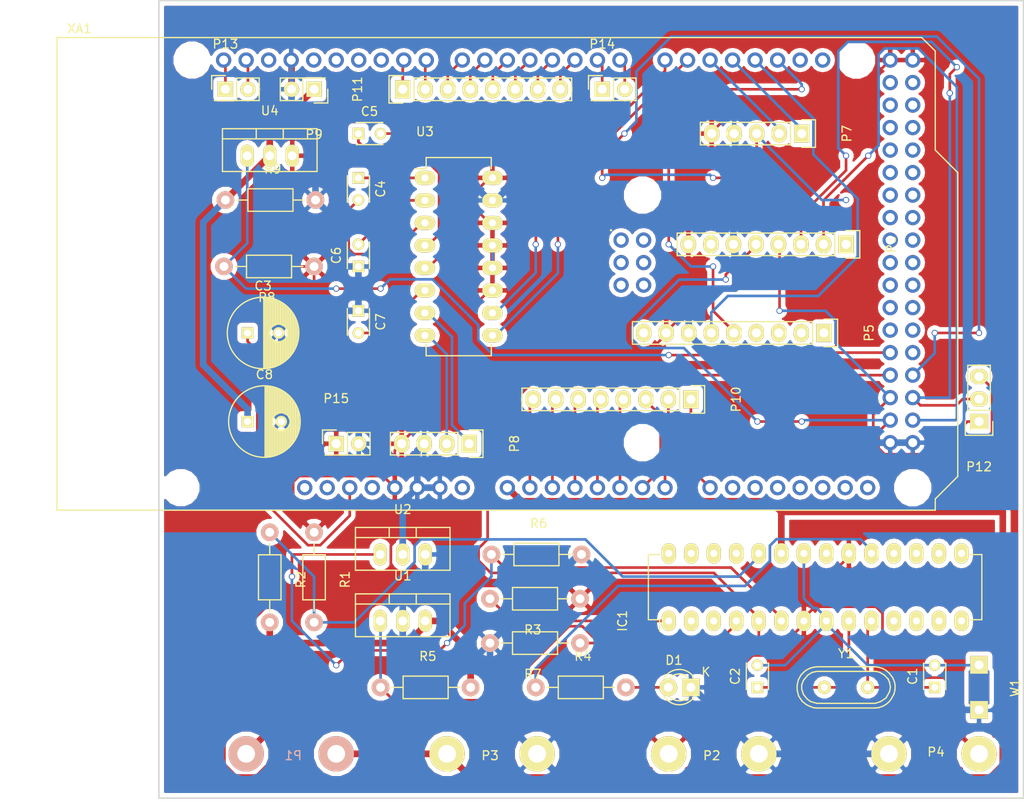
<source format=kicad_pcb>
(kicad_pcb (version 4) (host pcbnew 4.0.2+dfsg1-stable)
  (layers (0 F.Cu signal) (31 B.Cu signal hide) (34 B.Paste user) (35 F.Paste user) (36 B.SilkS user) (37 F.SilkS user) (38 B.Mask user) (39 F.Mask user) (44 Edge.Cuts user))
  (net 0 "")
  (net 1 "Net-(C1-Pad1)")
  (net 2 /Power_part/Ref_gnd)
  (net 3 "Net-(C2-Pad1)")
  (net 4 GND)
  (net 5 "Net-(C3-Pad1)")
  (net 6 "Net-(C4-Pad1)")
  (net 7 "Net-(C4-Pad2)")
  (net 8 "Net-(C5-Pad1)")
  (net 9 "Net-(C5-Pad2)")
  (net 10 "Net-(C6-Pad2)")
  (net 11 "Net-(C7-Pad2)")
  (net 12 "Net-(C8-Pad1)")
  (net 13 "Net-(D1-Pad2)")
  (net 14 "Net-(IC1-Pad1)")
  (net 15 "Net-(IC1-Pad2)")
  (net 16 "Net-(IC1-Pad3)")
  (net 17 /Power_part/D3)
  (net 18 /Power_part/Feedback_Mega)
  (net 19 /Power_part/D5)
  (net 20 +5V)
  (net 21 "Net-(IC1-Pad11)")
  (net 22 "Net-(IC1-Pad12)")
  (net 23 "Net-(IC1-Pad13)")
  (net 24 "Net-(IC1-Pad14)")
  (net 25 "Net-(IC1-Pad15)")
  (net 26 "Net-(IC1-Pad16)")
  (net 27 "Net-(IC1-Pad17)")
  (net 28 "Net-(IC1-Pad18)")
  (net 29 "Net-(IC1-Pad19)")
  (net 30 "Net-(IC1-Pad21)")
  (net 31 /Power_part/Batt_plus)
  (net 32 /Power_part/A1)
  (net 33 "Net-(IC1-Pad25)")
  (net 34 "Net-(IC1-Pad26)")
  (net 35 "Net-(IC1-Pad27)")
  (net 36 "Net-(IC1-Pad28)")
  (net 37 /Power_part/MSFT_SOLAR_S)
  (net 38 "Net-(P5-Pad1)")
  (net 39 "Net-(P5-Pad2)")
  (net 40 "Net-(P5-Pad3)")
  (net 41 "Net-(P5-Pad4)")
  (net 42 /Logger_part/MEGA_RX_1)
  (net 43 /Logger_part/MEGA_TX_1)
  (net 44 "Net-(P5-Pad9)")
  (net 45 "Net-(P6-Pad1)")
  (net 46 /Logger_part/SS)
  (net 47 /Logger_part/MOSI)
  (net 48 /Logger_part/MISO)
  (net 49 /Logger_part/SCK)
  (net 50 "Net-(P6-Pad7)")
  (net 51 /Logger_part/IRD_RXC)
  (net 52 /Logger_part/IRD_TXD)
  (net 53 /Logger_part/IRD_ON_OFF)
  (net 54 /Logger_part/VN_YELLOW)
  (net 55 /Logger_part/VN_WHITE)
  (net 56 /Logger_part/ANALOG_1)
  (net 57 /Logger_part/ANALOG_2)
  (net 58 /Logger_part/ANALOG_3)
  (net 59 /Logger_part/ANALOG_4)
  (net 60 /Logger_part/ANALOG_5)
  (net 61 /Logger_part/ANALOG_6)
  (net 62 /Logger_part/ANALOG_7)
  (net 63 /Logger_part/ANALOG_8)
  (net 64 /Logger_part/DGTL_1)
  (net 65 /Logger_part/DGTL_2)
  (net 66 /Logger_part/DGTL_3)
  (net 67 /Logger_part/DGTL_4)
  (net 68 /Logger_part/DGTL_5)
  (net 69 /Logger_part/DGTL_6)
  (net 70 /Logger_part/DGTL_7)
  (net 71 /Logger_part/DGTL_8)
  (net 72 /Logger_part/SCL)
  (net 73 /Logger_part/SDA)
  (net 74 /Logger_part/TX0)
  (net 75 /Logger_part/RX0)
  (net 76 /Logger_part/RPI_control)
  (net 77 /Logger_part/RX3)
  (net 78 /Logger_part/TX3)
  (net 79 /Power_part/Mega_ground)
  (net 80 "Net-(XA1-PadRST2)")
  (net 81 "Net-(XA1-PadGND4)")
  (net 82 "Net-(XA1-PadMOSI)")
  (net 83 "Net-(XA1-PadSCK)")
  (net 84 "Net-(XA1-Pad5V2)")
  (net 85 "Net-(XA1-PadVIN)")
  (net 86 "Net-(XA1-Pad3V3)")
  (net 87 "Net-(XA1-PadIORF)")
  (net 88 "Net-(XA1-PadD21)")
  (net 89 "Net-(XA1-PadD20)")
  (net 90 "Net-(XA1-PadD10)")
  (net 91 "Net-(XA1-PadAREF)")
  (net 92 "Net-(XA1-PadD13)")
  (net 93 "Net-(XA1-PadD12)")
  (net 94 "Net-(XA1-PadD11)")
  (net 95 "Net-(XA1-PadA9)")
  (net 96 "Net-(XA1-PadA10)")
  (net 97 "Net-(XA1-PadA11)")
  (net 98 "Net-(XA1-PadA12)")
  (net 99 "Net-(XA1-PadA13)")
  (net 100 "Net-(XA1-PadA14)")
  (net 101 "Net-(XA1-PadA15)")
  (net 102 "Net-(XA1-PadD22)")
  (net 103 "Net-(XA1-PadD23)")
  (net 104 "Net-(XA1-PadD24)")
  (net 105 "Net-(XA1-PadD25)")
  (net 106 "Net-(XA1-PadD26)")
  (net 107 "Net-(XA1-PadD27)")
  (net 108 "Net-(XA1-PadD28)")
  (net 109 "Net-(XA1-PadD29)")
  (net 110 "Net-(XA1-PadD30)")
  (net 111 "Net-(XA1-PadD31)")
  (net 112 "Net-(XA1-PadD32)")
  (net 113 "Net-(XA1-PadD33)")
  (net 114 "Net-(XA1-PadD34)")
  (net 115 "Net-(XA1-PadD35)")
  (net 116 "Net-(XA1-PadD36)")
  (net 117 "Net-(XA1-PadD37)")
  (net 118 "Net-(XA1-PadD38)")
  (net 119 "Net-(XA1-PadD39)")
  (net 120 "Net-(XA1-PadD40)")
  (net 121 "Net-(XA1-PadD41)")
  (net 122 "Net-(XA1-PadD42)")
  (net 123 "Net-(XA1-PadD43)")
  (net 124 "Net-(XA1-PadD44)")
  (net 125 "Net-(XA1-PadD45)")
  (net 126 "Net-(XA1-PadD47)")
  (net 127 "Net-(XA1-PadMISO)")
  (module Capacitors_ThroughHole:C_Disc_D3_P2.5 (layer F.Cu) (at 247.5 125 90)
    (fp_text reference C1 (at 1.25 -2.5 90) (layer F.SilkS))
    (fp_text value 20pF)
    (pad 1 thru_hole rect (at 0 0 90) (size 1.3 1.3) (drill 0.8) (layers *.Cu *.Mask F.SilkS) (net 1 "Net-(C1-Pad1)"))
    (pad 2 thru_hole circle (at 2.5 0 90) (size 1.3 1.3) (drill 0.8001) (layers *.Cu *.Mask F.SilkS) (net 2 /Power_part/Ref_gnd))
  )
  (module Capacitors_ThroughHole:C_Disc_D3_P2.5 (layer F.Cu) (at 227.5 125 90)
    (fp_text reference C2 (at 1.25 -2.5 90) (layer F.SilkS))
    (fp_text value 20pF)
    (pad 1 thru_hole rect (at 0 0 90) (size 1.3 1.3) (drill 0.8) (layers *.Cu *.Mask F.SilkS) (net 3 "Net-(C2-Pad1)"))
    (pad 2 thru_hole circle (at 2.5 0 90) (size 1.3 1.3) (drill 0.8001) (layers *.Cu *.Mask F.SilkS) (net 2 /Power_part/Ref_gnd))
  )
  (module Capacitors_ThroughHole:C_Radial_D8_L11.5_P3.5 (layer F.Cu) (at 170 85)
    (fp_text reference C3 (at 1.75 -5.3) (layer F.SilkS))
    (fp_text value 1uF)
    (pad 2 thru_hole circle (at 3.5 0) (size 1.3 1.3) (drill 0.8) (layers *.Cu *.Mask F.SilkS) (net 79 /Power_part/Mega_ground))
    (pad 1 thru_hole rect (at 0 0) (size 1.3 1.3) (drill 0.8) (layers *.Cu *.Mask F.SilkS) (net 5 "Net-(C3-Pad1)"))
  )
  (module Capacitors_ThroughHole:C_Disc_D3_P2.5 (layer F.Cu) (at 182.5 67.5 270)
    (fp_text reference C4 (at 1.25 -2.5 270) (layer F.SilkS))
    (fp_text value 1.0uF)
    (pad 1 thru_hole rect (at 0 0 270) (size 1.3 1.3) (drill 0.8) (layers *.Cu *.Mask F.SilkS) (net 6 "Net-(C4-Pad1)"))
    (pad 2 thru_hole circle (at 2.5 0 270) (size 1.3 1.3) (drill 0.8001) (layers *.Cu *.Mask F.SilkS) (net 7 "Net-(C4-Pad2)"))
  )
  (module Capacitors_ThroughHole:C_Disc_D3_P2.5 (layer F.Cu) (at 182.5 62.5)
    (fp_text reference C5 (at 1.25 -2.5) (layer F.SilkS))
    (fp_text value 1.0uF)
    (pad 1 thru_hole rect (at 0 0) (size 1.3 1.3) (drill 0.8) (layers *.Cu *.Mask F.SilkS) (net 8 "Net-(C5-Pad1)"))
    (pad 2 thru_hole circle (at 2.5 0) (size 1.3 1.3) (drill 0.8001) (layers *.Cu *.Mask F.SilkS) (net 9 "Net-(C5-Pad2)"))
  )
  (module Capacitors_ThroughHole:C_Disc_D3_P2.5 (layer F.Cu) (at 182.5 77.5 90)
    (fp_text reference C6 (at 1.25 -2.5 90) (layer F.SilkS))
    (fp_text value 1.0uF)
    (pad 1 thru_hole rect (at 0 0 90) (size 1.3 1.3) (drill 0.8) (layers *.Cu *.Mask F.SilkS) (net 79 /Power_part/Mega_ground))
    (pad 2 thru_hole circle (at 2.5 0 90) (size 1.3 1.3) (drill 0.8001) (layers *.Cu *.Mask F.SilkS) (net 10 "Net-(C6-Pad2)"))
  )
  (module Capacitors_ThroughHole:C_Disc_D3_P2.5 (layer F.Cu) (at 182.5 82.5 270)
    (fp_text reference C7 (at 1.25 -2.5 270) (layer F.SilkS))
    (fp_text value 1.0uF)
    (pad 1 thru_hole rect (at 0 0 270) (size 1.3 1.3) (drill 0.8) (layers *.Cu *.Mask F.SilkS) (net 79 /Power_part/Mega_ground))
    (pad 2 thru_hole circle (at 2.5 0 270) (size 1.3 1.3) (drill 0.8001) (layers *.Cu *.Mask F.SilkS) (net 11 "Net-(C7-Pad2)"))
  )
  (module Capacitors_ThroughHole:C_Radial_D8_L13_P3.8 (layer F.Cu) (at 170 95)
    (fp_text reference C8 (at 1.9 -5.3) (layer F.SilkS))
    (fp_text value 1000uF)
    (pad 1 thru_hole rect (at 0 0) (size 1.3 1.3) (drill 0.8) (layers *.Cu *.Mask F.SilkS) (net 12 "Net-(C8-Pad1)"))
    (pad 2 thru_hole circle (at 3.8 0) (size 1.3 1.3) (drill 0.8) (layers *.Cu *.Mask F.SilkS) (net 79 /Power_part/Mega_ground))
  )
  (module LEDs:LED-3MM (layer F.Cu) (at 220 125 180)
    (fp_text reference D1 (at 1.91 3.06 180) (layer F.SilkS))
    (fp_text value LED)
    (fp_text user K (at -1.69 1.74 180) (layer F.SilkS))
    (pad 1 thru_hole rect (at 0 0 270) (size 2 2) (drill 1.00076) (layers *.Cu *.Mask F.SilkS) (net 4 GND))
    (pad 2 thru_hole circle (at 2.54 0 180) (size 2 2) (drill 1.00076) (layers *.Cu *.Mask F.SilkS) (net 13 "Net-(D1-Pad2)"))
  )
  (module Housings_DIP:DIP-28_W7.62mm_LongPads (layer F.Cu) (at 217.5 117.5 90)
    (fp_text reference IC1 (at 0 -5.22 90) (layer F.SilkS))
    (fp_text value ATMEGA328-P)
    (pad 1 thru_hole oval (at 0 0 90) (size 2.3 1.6) (drill 0.8) (layers *.Cu *.Mask F.SilkS) (net 14 "Net-(IC1-Pad1)"))
    (pad 2 thru_hole oval (at 0 2.54 90) (size 2.3 1.6) (drill 0.8) (layers *.Cu *.Mask F.SilkS) (net 15 "Net-(IC1-Pad2)"))
    (pad 3 thru_hole oval (at 0 5.08 90) (size 2.3 1.6) (drill 0.8) (layers *.Cu *.Mask F.SilkS) (net 16 "Net-(IC1-Pad3)"))
    (pad 4 thru_hole oval (at 0 7.62 90) (size 2.3 1.6) (drill 0.8) (layers *.Cu *.Mask F.SilkS) (net 17 /Power_part/D3))
    (pad 5 thru_hole oval (at 0 10.16 90) (size 2.3 1.6) (drill 0.8) (layers *.Cu *.Mask F.SilkS) (net 18 /Power_part/Feedback_Mega))
    (pad 6 thru_hole oval (at 0 12.7 90) (size 2.3 1.6) (drill 0.8) (layers *.Cu *.Mask F.SilkS) (net 19 /Power_part/D5))
    (pad 7 thru_hole oval (at 0 15.24 90) (size 2.3 1.6) (drill 0.8) (layers *.Cu *.Mask F.SilkS) (net 20 +5V))
    (pad 8 thru_hole oval (at 0 17.78 90) (size 2.3 1.6) (drill 0.8) (layers *.Cu *.Mask F.SilkS) (net 2 /Power_part/Ref_gnd))
    (pad 9 thru_hole oval (at 0 20.32 90) (size 2.3 1.6) (drill 0.8) (layers *.Cu *.Mask F.SilkS) (net 3 "Net-(C2-Pad1)"))
    (pad 10 thru_hole oval (at 0 22.86 90) (size 2.3 1.6) (drill 0.8) (layers *.Cu *.Mask F.SilkS) (net 1 "Net-(C1-Pad1)"))
    (pad 11 thru_hole oval (at 0 25.4 90) (size 2.3 1.6) (drill 0.8) (layers *.Cu *.Mask F.SilkS) (net 21 "Net-(IC1-Pad11)"))
    (pad 12 thru_hole oval (at 0 27.94 90) (size 2.3 1.6) (drill 0.8) (layers *.Cu *.Mask F.SilkS) (net 22 "Net-(IC1-Pad12)"))
    (pad 13 thru_hole oval (at 0 30.48 90) (size 2.3 1.6) (drill 0.8) (layers *.Cu *.Mask F.SilkS) (net 23 "Net-(IC1-Pad13)"))
    (pad 14 thru_hole oval (at 0 33.02 90) (size 2.3 1.6) (drill 0.8) (layers *.Cu *.Mask F.SilkS) (net 24 "Net-(IC1-Pad14)"))
    (pad 15 thru_hole oval (at 7.62 33.02 90) (size 2.3 1.6) (drill 0.8) (layers *.Cu *.Mask F.SilkS) (net 25 "Net-(IC1-Pad15)"))
    (pad 16 thru_hole oval (at 7.62 30.48 90) (size 2.3 1.6) (drill 0.8) (layers *.Cu *.Mask F.SilkS) (net 26 "Net-(IC1-Pad16)"))
    (pad 17 thru_hole oval (at 7.62 27.94 90) (size 2.3 1.6) (drill 0.8) (layers *.Cu *.Mask F.SilkS) (net 27 "Net-(IC1-Pad17)"))
    (pad 18 thru_hole oval (at 7.62 25.4 90) (size 2.3 1.6) (drill 0.8) (layers *.Cu *.Mask F.SilkS) (net 28 "Net-(IC1-Pad18)"))
    (pad 19 thru_hole oval (at 7.62 22.86 90) (size 2.3 1.6) (drill 0.8) (layers *.Cu *.Mask F.SilkS) (net 29 "Net-(IC1-Pad19)"))
    (pad 20 thru_hole oval (at 7.62 20.32 90) (size 2.3 1.6) (drill 0.8) (layers *.Cu *.Mask F.SilkS) (net 20 +5V))
    (pad 21 thru_hole oval (at 7.62 17.78 90) (size 2.3 1.6) (drill 0.8) (layers *.Cu *.Mask F.SilkS) (net 30 "Net-(IC1-Pad21)"))
    (pad 22 thru_hole oval (at 7.62 15.24 90) (size 2.3 1.6) (drill 0.8) (layers *.Cu *.Mask F.SilkS) (net 2 /Power_part/Ref_gnd))
    (pad 23 thru_hole oval (at 7.62 12.7 90) (size 2.3 1.6) (drill 0.8) (layers *.Cu *.Mask F.SilkS) (net 31 /Power_part/Batt_plus))
    (pad 24 thru_hole oval (at 7.62 10.16 90) (size 2.3 1.6) (drill 0.8) (layers *.Cu *.Mask F.SilkS) (net 32 /Power_part/A1))
    (pad 25 thru_hole oval (at 7.62 7.62 90) (size 2.3 1.6) (drill 0.8) (layers *.Cu *.Mask F.SilkS) (net 33 "Net-(IC1-Pad25)"))
    (pad 26 thru_hole oval (at 7.62 5.08 90) (size 2.3 1.6) (drill 0.8) (layers *.Cu *.Mask F.SilkS) (net 34 "Net-(IC1-Pad26)"))
    (pad 27 thru_hole oval (at 7.62 2.54 90) (size 2.3 1.6) (drill 0.8) (layers *.Cu *.Mask F.SilkS) (net 35 "Net-(IC1-Pad27)"))
    (pad 28 thru_hole oval (at 7.62 0 90) (size 2.3 1.6) (drill 0.8) (layers *.Cu *.Mask F.SilkS) (net 36 "Net-(IC1-Pad28)"))
  )
  (module Wire_Connections_Bridges:WireConnection_2.00mmDrill (layer B.Cu) (at 180 132.5 180)
    (fp_text reference P1 (at 4.8514 -0.2032 180) (layer B.SilkS) (effects (justify mirror)))
    (fp_text value SOLAR_PANEL)
    (pad 1 thru_hole circle (at 0 0 180) (size 4.0005 4.0005) (drill 1.99898) (layers *.Cu *.Mask B.SilkS) (net 31 /Power_part/Batt_plus))
    (pad 2 thru_hole circle (at 10.16 0 180) (size 4.0005 4.0005) (drill 1.99898) (layers *.Cu *.Mask B.SilkS) (net 37 /Power_part/MSFT_SOLAR_S))
  )
  (module Wire_Connections_Bridges:WireConnection_2.00mmDrill (layer F.Cu) (at 217.5 132.5)
    (fp_text reference P2 (at 4.8514 0.2032) (layer F.SilkS))
    (fp_text value 5V_pololu)
    (pad 1 thru_hole circle (at 0 0) (size 4.0005 4.0005) (drill 1.99898) (layers *.Cu *.Mask F.SilkS) (net 20 +5V))
    (pad 2 thru_hole circle (at 10.16 0) (size 4.0005 4.0005) (drill 1.99898) (layers *.Cu *.Mask F.SilkS) (net 4 GND))
  )
  (module Wire_Connections_Bridges:WireConnection_2.00mmDrill (layer F.Cu) (at 192.5 132.5)
    (fp_text reference P3 (at 4.8514 0.2032) (layer F.SilkS))
    (fp_text value BATT)
    (pad 1 thru_hole circle (at 0 0) (size 4.0005 4.0005) (drill 1.99898) (layers *.Cu *.Mask F.SilkS) (net 31 /Power_part/Batt_plus))
    (pad 2 thru_hole circle (at 10.16 0) (size 4.0005 4.0005) (drill 1.99898) (layers *.Cu *.Mask F.SilkS) (net 4 GND))
  )
  (module Wire_Connections_Bridges:WireConnection_2.00mmDrill (layer F.Cu) (at 252.5 132.5 180)
    (fp_text reference P4 (at 4.8514 0.2032 180) (layer F.SilkS))
    (fp_text value SUPERCAPS)
    (pad 1 thru_hole circle (at 0 0 180) (size 4.0005 4.0005) (drill 1.99898) (layers *.Cu *.Mask F.SilkS) (net 20 +5V))
    (pad 2 thru_hole circle (at 10.16 0 180) (size 4.0005 4.0005) (drill 1.99898) (layers *.Cu *.Mask F.SilkS) (net 4 GND))
  )
  (module Pin_Headers:Pin_Header_Straight_1x09 (layer F.Cu) (at 235 85 270)
    (fp_text reference P5 (at 0 -5.1 270) (layer F.SilkS))
    (fp_text value GPS_breakout_connector)
    (pad 1 thru_hole rect (at 0 0 270) (size 2.032 1.7272) (drill 1.016) (layers *.Cu *.Mask F.SilkS) (net 38 "Net-(P5-Pad1)"))
    (pad 2 thru_hole oval (at 0 2.54 270) (size 2.032 1.7272) (drill 1.016) (layers *.Cu *.Mask F.SilkS) (net 39 "Net-(P5-Pad2)"))
    (pad 3 thru_hole oval (at 0 5.08 270) (size 2.032 1.7272) (drill 1.016) (layers *.Cu *.Mask F.SilkS) (net 40 "Net-(P5-Pad3)"))
    (pad 4 thru_hole oval (at 0 7.62 270) (size 2.032 1.7272) (drill 1.016) (layers *.Cu *.Mask F.SilkS) (net 41 "Net-(P5-Pad4)"))
    (pad 5 thru_hole oval (at 0 10.16 270) (size 2.032 1.7272) (drill 1.016) (layers *.Cu *.Mask F.SilkS) (net 42 /Logger_part/MEGA_RX_1))
    (pad 6 thru_hole oval (at 0 12.7 270) (size 2.032 1.7272) (drill 1.016) (layers *.Cu *.Mask F.SilkS) (net 43 /Logger_part/MEGA_TX_1))
    (pad 7 thru_hole oval (at 0 15.24 270) (size 2.032 1.7272) (drill 1.016) (layers *.Cu *.Mask F.SilkS) (net 79 /Power_part/Mega_ground))
    (pad 8 thru_hole oval (at 0 17.78 270) (size 2.032 1.7272) (drill 1.016) (layers *.Cu *.Mask F.SilkS) (net 20 +5V))
    (pad 9 thru_hole oval (at 0 20.32 270) (size 2.032 1.7272) (drill 1.016) (layers *.Cu *.Mask F.SilkS) (net 44 "Net-(P5-Pad9)"))
  )
  (module Pin_Headers:Pin_Header_Straight_1x08 (layer F.Cu) (at 237.5 75 270)
    (fp_text reference P6 (at 0 -5.1 270) (layer F.SilkS))
    (fp_text value SD_breakout_connector)
    (pad 1 thru_hole rect (at 0 0 270) (size 2.032 1.7272) (drill 1.016) (layers *.Cu *.Mask F.SilkS) (net 45 "Net-(P6-Pad1)"))
    (pad 2 thru_hole oval (at 0 2.54 270) (size 2.032 1.7272) (drill 1.016) (layers *.Cu *.Mask F.SilkS) (net 46 /Logger_part/SS))
    (pad 3 thru_hole oval (at 0 5.08 270) (size 2.032 1.7272) (drill 1.016) (layers *.Cu *.Mask F.SilkS) (net 47 /Logger_part/MOSI))
    (pad 4 thru_hole oval (at 0 7.62 270) (size 2.032 1.7272) (drill 1.016) (layers *.Cu *.Mask F.SilkS) (net 48 /Logger_part/MISO))
    (pad 5 thru_hole oval (at 0 10.16 270) (size 2.032 1.7272) (drill 1.016) (layers *.Cu *.Mask F.SilkS) (net 49 /Logger_part/SCK))
    (pad 6 thru_hole oval (at 0 12.7 270) (size 2.032 1.7272) (drill 1.016) (layers *.Cu *.Mask F.SilkS) (net 79 /Power_part/Mega_ground))
    (pad 7 thru_hole oval (at 0 15.24 270) (size 2.032 1.7272) (drill 1.016) (layers *.Cu *.Mask F.SilkS) (net 50 "Net-(P6-Pad7)"))
    (pad 8 thru_hole oval (at 0 17.78 270) (size 2.032 1.7272) (drill 1.016) (layers *.Cu *.Mask F.SilkS) (net 20 +5V))
  )
  (module Pin_Headers:Pin_Header_Straight_1x05 (layer F.Cu) (at 232.5 62.5 270)
    (fp_text reference P7 (at 0 -5.1 270) (layer F.SilkS))
    (fp_text value Iridium_connector)
    (pad 1 thru_hole rect (at 0 0 270) (size 2.032 1.7272) (drill 1.016) (layers *.Cu *.Mask F.SilkS) (net 51 /Logger_part/IRD_RXC))
    (pad 2 thru_hole oval (at 0 2.54 270) (size 2.032 1.7272) (drill 1.016) (layers *.Cu *.Mask F.SilkS) (net 52 /Logger_part/IRD_TXD))
    (pad 3 thru_hole oval (at 0 5.08 270) (size 2.032 1.7272) (drill 1.016) (layers *.Cu *.Mask F.SilkS) (net 53 /Logger_part/IRD_ON_OFF))
    (pad 4 thru_hole oval (at 0 7.62 270) (size 2.032 1.7272) (drill 1.016) (layers *.Cu *.Mask F.SilkS) (net 79 /Power_part/Mega_ground))
    (pad 5 thru_hole oval (at 0 10.16 270) (size 2.032 1.7272) (drill 1.016) (layers *.Cu *.Mask F.SilkS) (net 20 +5V))
  )
  (module Pin_Headers:Pin_Header_Straight_1x04 (layer F.Cu) (at 195 97.5 270)
    (fp_text reference P8 (at 0 -5.1 270) (layer F.SilkS))
    (fp_text value VN100_connector)
    (pad 1 thru_hole rect (at 0 0 270) (size 2.032 1.7272) (drill 1.016) (layers *.Cu *.Mask F.SilkS) (net 54 /Logger_part/VN_YELLOW))
    (pad 2 thru_hole oval (at 0 2.54 270) (size 2.032 1.7272) (drill 1.016) (layers *.Cu *.Mask F.SilkS) (net 55 /Logger_part/VN_WHITE))
    (pad 3 thru_hole oval (at 0 5.08 270) (size 2.032 1.7272) (drill 1.016) (layers *.Cu *.Mask F.SilkS) (net 79 /Power_part/Mega_ground))
    (pad 4 thru_hole oval (at 0 7.62 270) (size 2.032 1.7272) (drill 1.016) (layers *.Cu *.Mask F.SilkS) (net 20 +5V))
  )
  (module Pin_Headers:Pin_Header_Straight_2x01 (layer F.Cu) (at 177.5 57.5 180)
    (fp_text reference P9 (at 0 -5.1 180) (layer F.SilkS))
    (fp_text value RPI_connector)
    (pad 1 thru_hole rect (at 0 0 180) (size 1.7272 1.7272) (drill 1.016) (layers *.Cu *.Mask F.SilkS) (net 12 "Net-(C8-Pad1)"))
    (pad 2 thru_hole oval (at 2.54 0 180) (size 1.7272 1.7272) (drill 1.016) (layers *.Cu *.Mask F.SilkS) (net 79 /Power_part/Mega_ground))
  )
  (module Pin_Headers:Pin_Header_Straight_1x08 (layer F.Cu) (at 220 92.5 270)
    (fp_text reference P10 (at 0 -5.1 270) (layer F.SilkS))
    (fp_text value CONN_01X08)
    (pad 1 thru_hole rect (at 0 0 270) (size 2.032 1.7272) (drill 1.016) (layers *.Cu *.Mask F.SilkS) (net 56 /Logger_part/ANALOG_1))
    (pad 2 thru_hole oval (at 0 2.54 270) (size 2.032 1.7272) (drill 1.016) (layers *.Cu *.Mask F.SilkS) (net 57 /Logger_part/ANALOG_2))
    (pad 3 thru_hole oval (at 0 5.08 270) (size 2.032 1.7272) (drill 1.016) (layers *.Cu *.Mask F.SilkS) (net 58 /Logger_part/ANALOG_3))
    (pad 4 thru_hole oval (at 0 7.62 270) (size 2.032 1.7272) (drill 1.016) (layers *.Cu *.Mask F.SilkS) (net 59 /Logger_part/ANALOG_4))
    (pad 5 thru_hole oval (at 0 10.16 270) (size 2.032 1.7272) (drill 1.016) (layers *.Cu *.Mask F.SilkS) (net 60 /Logger_part/ANALOG_5))
    (pad 6 thru_hole oval (at 0 12.7 270) (size 2.032 1.7272) (drill 1.016) (layers *.Cu *.Mask F.SilkS) (net 61 /Logger_part/ANALOG_6))
    (pad 7 thru_hole oval (at 0 15.24 270) (size 2.032 1.7272) (drill 1.016) (layers *.Cu *.Mask F.SilkS) (net 62 /Logger_part/ANALOG_7))
    (pad 8 thru_hole oval (at 0 17.78 270) (size 2.032 1.7272) (drill 1.016) (layers *.Cu *.Mask F.SilkS) (net 63 /Logger_part/ANALOG_8))
  )
  (module Pin_Headers:Pin_Header_Straight_1x08 (layer F.Cu) (at 187.5 57.5 90)
    (fp_text reference P11 (at 0 -5.1 90) (layer F.SilkS))
    (fp_text value CONN_01X08)
    (pad 1 thru_hole rect (at 0 0 90) (size 2.032 1.7272) (drill 1.016) (layers *.Cu *.Mask F.SilkS) (net 64 /Logger_part/DGTL_1))
    (pad 2 thru_hole oval (at 0 2.54 90) (size 2.032 1.7272) (drill 1.016) (layers *.Cu *.Mask F.SilkS) (net 65 /Logger_part/DGTL_2))
    (pad 3 thru_hole oval (at 0 5.08 90) (size 2.032 1.7272) (drill 1.016) (layers *.Cu *.Mask F.SilkS) (net 66 /Logger_part/DGTL_3))
    (pad 4 thru_hole oval (at 0 7.62 90) (size 2.032 1.7272) (drill 1.016) (layers *.Cu *.Mask F.SilkS) (net 67 /Logger_part/DGTL_4))
    (pad 5 thru_hole oval (at 0 10.16 90) (size 2.032 1.7272) (drill 1.016) (layers *.Cu *.Mask F.SilkS) (net 68 /Logger_part/DGTL_5))
    (pad 6 thru_hole oval (at 0 12.7 90) (size 2.032 1.7272) (drill 1.016) (layers *.Cu *.Mask F.SilkS) (net 69 /Logger_part/DGTL_6))
    (pad 7 thru_hole oval (at 0 15.24 90) (size 2.032 1.7272) (drill 1.016) (layers *.Cu *.Mask F.SilkS) (net 70 /Logger_part/DGTL_7))
    (pad 8 thru_hole oval (at 0 17.78 90) (size 2.032 1.7272) (drill 1.016) (layers *.Cu *.Mask F.SilkS) (net 71 /Logger_part/DGTL_8))
  )
  (module Pin_Headers:Pin_Header_Straight_1x03 (layer F.Cu) (at 252.5 95 180)
    (fp_text reference P12 (at 0 -5.1 180) (layer F.SilkS))
    (fp_text value CONN_01X03)
    (pad 1 thru_hole rect (at 0 0 180) (size 2.032 1.7272) (drill 1.016) (layers *.Cu *.Mask F.SilkS) (net 49 /Logger_part/SCK))
    (pad 2 thru_hole oval (at 0 2.54 180) (size 2.032 1.7272) (drill 1.016) (layers *.Cu *.Mask F.SilkS) (net 47 /Logger_part/MOSI))
    (pad 3 thru_hole oval (at 0 5.08 180) (size 2.032 1.7272) (drill 1.016) (layers *.Cu *.Mask F.SilkS) (net 48 /Logger_part/MISO))
  )
  (module Pin_Headers:Pin_Header_Straight_2x01 (layer F.Cu) (at 167.5 57.5)
    (fp_text reference P13 (at 0 -5.1) (layer F.SilkS))
    (fp_text value CONN_01X02)
    (pad 1 thru_hole rect (at 0 0) (size 1.7272 1.7272) (drill 1.016) (layers *.Cu *.Mask F.SilkS) (net 72 /Logger_part/SCL))
    (pad 2 thru_hole oval (at 2.54 0) (size 1.7272 1.7272) (drill 1.016) (layers *.Cu *.Mask F.SilkS) (net 73 /Logger_part/SDA))
  )
  (module Pin_Headers:Pin_Header_Straight_2x01 (layer F.Cu) (at 210 57.5)
    (fp_text reference P14 (at 0 -5.1) (layer F.SilkS))
    (fp_text value CONN_01X02)
    (pad 1 thru_hole rect (at 0 0) (size 1.7272 1.7272) (drill 1.016) (layers *.Cu *.Mask F.SilkS) (net 74 /Logger_part/TX0))
    (pad 2 thru_hole oval (at 2.54 0) (size 1.7272 1.7272) (drill 1.016) (layers *.Cu *.Mask F.SilkS) (net 75 /Logger_part/RX0))
  )
  (module Pin_Headers:Pin_Header_Straight_2x01 (layer F.Cu) (at 180 97.5)
    (fp_text reference P15 (at 0 -5.1) (layer F.SilkS))
    (fp_text value CONN_01X02)
    (pad 1 thru_hole rect (at 0 0) (size 1.7272 1.7272) (drill 1.016) (layers *.Cu *.Mask F.SilkS) (net 20 +5V))
    (pad 2 thru_hole oval (at 2.54 0) (size 1.7272 1.7272) (drill 1.016) (layers *.Cu *.Mask F.SilkS) (net 79 /Power_part/Mega_ground))
  )
  (module Resistors_ThroughHole:Resistor_Horizontal_RM10mm (layer F.Cu) (at 177.5 107.5 270)
    (fp_text reference R1 (at 5.32892 -3.50012 270) (layer F.SilkS))
    (fp_text value 5.6k)
    (pad 1 thru_hole circle (at 0 0 270) (size 1.99898 1.99898) (drill 1.00076) (layers *.Cu *.SilkS *.Mask) (net 20 +5V))
    (pad 2 thru_hole circle (at 10.16 0 270) (size 1.99898 1.99898) (drill 1.00076) (layers *.Cu *.SilkS *.Mask) (net 32 /Power_part/A1))
  )
  (module Resistors_ThroughHole:Resistor_Horizontal_RM10mm (layer F.Cu) (at 172.5 107.5 270)
    (fp_text reference R2 (at 5.32892 -3.50012 270) (layer F.SilkS))
    (fp_text value 3.9k)
    (pad 1 thru_hole circle (at 0 0 270) (size 1.99898 1.99898) (drill 1.00076) (layers *.Cu *.SilkS *.Mask) (net 32 /Power_part/A1))
    (pad 2 thru_hole circle (at 10.16 0 270) (size 1.99898 1.99898) (drill 1.00076) (layers *.Cu *.SilkS *.Mask) (net 37 /Power_part/MSFT_SOLAR_S))
  )
  (module Resistors_ThroughHole:Resistor_Horizontal_RM10mm (layer F.Cu) (at 207.5 115 180)
    (fp_text reference R3 (at 5.32892 -3.50012 180) (layer F.SilkS))
    (fp_text value 50k)
    (pad 1 thru_hole circle (at 0 0 180) (size 1.99898 1.99898) (drill 1.00076) (layers *.Cu *.SilkS *.Mask) (net 20 +5V))
    (pad 2 thru_hole circle (at 10.16 0 180) (size 1.99898 1.99898) (drill 1.00076) (layers *.Cu *.SilkS *.Mask) (net 14 "Net-(IC1-Pad1)"))
  )
  (module Resistors_ThroughHole:Resistor_Horizontal_RM10mm (layer F.Cu) (at 202.5 125)
    (fp_text reference R4 (at 5.32892 -3.50012) (layer F.SilkS))
    (fp_text value 220)
    (pad 1 thru_hole circle (at 0 0) (size 1.99898 1.99898) (drill 1.00076) (layers *.Cu *.SilkS *.Mask) (net 29 "Net-(IC1-Pad19)"))
    (pad 2 thru_hole circle (at 10.16 0) (size 1.99898 1.99898) (drill 1.00076) (layers *.Cu *.SilkS *.Mask) (net 13 "Net-(D1-Pad2)"))
  )
  (module Resistors_ThroughHole:Resistor_Horizontal_RM10mm (layer F.Cu) (at 185 125)
    (fp_text reference R5 (at 5.32892 -3.50012) (layer F.SilkS))
    (fp_text value 50k)
    (pad 1 thru_hole circle (at 0 0) (size 1.99898 1.99898) (drill 1.00076) (layers *.Cu *.SilkS *.Mask) (net 17 /Power_part/D3))
    (pad 2 thru_hole circle (at 10.16 0) (size 1.99898 1.99898) (drill 1.00076) (layers *.Cu *.SilkS *.Mask) (net 37 /Power_part/MSFT_SOLAR_S))
  )
  (module Resistors_ThroughHole:Resistor_Horizontal_RM10mm (layer F.Cu) (at 197.5 110)
    (fp_text reference R6 (at 5.32892 -3.50012) (layer F.SilkS))
    (fp_text value 50k)
    (pad 1 thru_hole circle (at 0 0) (size 1.99898 1.99898) (drill 1.00076) (layers *.Cu *.SilkS *.Mask) (net 19 /Power_part/D5))
    (pad 2 thru_hole circle (at 10.16 0) (size 1.99898 1.99898) (drill 1.00076) (layers *.Cu *.SilkS *.Mask) (net 4 GND))
  )
  (module Resistors_ThroughHole:Resistor_Horizontal_RM10mm (layer F.Cu) (at 207.5 120 180)
    (fp_text reference R7 (at 5.32892 -3.50012 180) (layer F.SilkS))
    (fp_text value 50k)
    (pad 1 thru_hole circle (at 0 0 180) (size 1.99898 1.99898) (drill 1.00076) (layers *.Cu *.SilkS *.Mask) (net 18 /Power_part/Feedback_Mega))
    (pad 2 thru_hole circle (at 10.16 0 180) (size 1.99898 1.99898) (drill 1.00076) (layers *.Cu *.SilkS *.Mask) (net 4 GND))
  )
  (module Resistors_ThroughHole:Resistor_Horizontal_RM10mm (layer F.Cu) (at 177.5 77.5 180)
    (fp_text reference R8 (at 5.32892 -3.50012 180) (layer F.SilkS))
    (fp_text value 46k)
    (pad 1 thru_hole circle (at 0 0 180) (size 1.99898 1.99898) (drill 1.00076) (layers *.Cu *.SilkS *.Mask) (net 20 +5V))
    (pad 2 thru_hole circle (at 10.16 0 180) (size 1.99898 1.99898) (drill 1.00076) (layers *.Cu *.SilkS *.Mask) (net 76 /Logger_part/RPI_control))
  )
  (module Resistors_ThroughHole:Resistor_Horizontal_RM10mm (layer F.Cu) (at 167.5 70)
    (fp_text reference R9 (at 5.32892 -3.50012) (layer F.SilkS))
    (fp_text value 32k)
    (pad 1 thru_hole circle (at 0 0) (size 1.99898 1.99898) (drill 1.00076) (layers *.Cu *.SilkS *.Mask) (net 12 "Net-(C8-Pad1)"))
    (pad 2 thru_hole circle (at 10.16 0) (size 1.99898 1.99898) (drill 1.00076) (layers *.Cu *.SilkS *.Mask) (net 79 /Power_part/Mega_ground))
  )
  (module TO_SOT_Packages_THT:TO-220_Neutral123_Vertical (layer F.Cu) (at 187.5 117.5)
    (fp_text reference U1 (at 0 -5.08) (layer F.SilkS))
    (fp_text value IRLB_8721_SOL)
    (pad 2 thru_hole oval (at 0 0 90) (size 2.49936 1.50114) (drill 1.00076) (layers *.Cu *.Mask F.SilkS) (net 4 GND))
    (pad 1 thru_hole oval (at -2.54 0 90) (size 2.49936 1.50114) (drill 1.00076) (layers *.Cu *.Mask F.SilkS) (net 17 /Power_part/D3))
    (pad 3 thru_hole oval (at 2.54 0 90) (size 2.49936 1.50114) (drill 1.00076) (layers *.Cu *.Mask F.SilkS) (net 37 /Power_part/MSFT_SOLAR_S))
  )
  (module TO_SOT_Packages_THT:TO-220_Neutral123_Vertical (layer F.Cu) (at 187.5 110)
    (fp_text reference U2 (at 0 -5.08) (layer F.SilkS))
    (fp_text value IRLS-8721_MEGA)
    (pad 2 thru_hole oval (at 0 0 90) (size 2.49936 1.50114) (drill 1.00076) (layers *.Cu *.Mask F.SilkS) (net 79 /Power_part/Mega_ground))
    (pad 1 thru_hole oval (at -2.54 0 90) (size 2.49936 1.50114) (drill 1.00076) (layers *.Cu *.Mask F.SilkS) (net 19 /Power_part/D5))
    (pad 3 thru_hole oval (at 2.54 0 90) (size 2.49936 1.50114) (drill 1.00076) (layers *.Cu *.Mask F.SilkS) (net 4 GND))
  )
  (module Housings_DIP:DIP-16_W7.62mm_LongPads (layer F.Cu) (at 190 67.5)
    (fp_text reference U3 (at 0 -5.22) (layer F.SilkS))
    (fp_text value MAX232)
    (pad 1 thru_hole oval (at 0 0) (size 2.3 1.6) (drill 0.8) (layers *.Cu *.Mask F.SilkS) (net 6 "Net-(C4-Pad1)"))
    (pad 2 thru_hole oval (at 0 2.54) (size 2.3 1.6) (drill 0.8) (layers *.Cu *.Mask F.SilkS) (net 10 "Net-(C6-Pad2)"))
    (pad 3 thru_hole oval (at 0 5.08) (size 2.3 1.6) (drill 0.8) (layers *.Cu *.Mask F.SilkS) (net 7 "Net-(C4-Pad2)"))
    (pad 4 thru_hole oval (at 0 7.62) (size 2.3 1.6) (drill 0.8) (layers *.Cu *.Mask F.SilkS) (net 8 "Net-(C5-Pad1)"))
    (pad 5 thru_hole oval (at 0 10.16) (size 2.3 1.6) (drill 0.8) (layers *.Cu *.Mask F.SilkS) (net 9 "Net-(C5-Pad2)"))
    (pad 6 thru_hole oval (at 0 12.7) (size 2.3 1.6) (drill 0.8) (layers *.Cu *.Mask F.SilkS) (net 11 "Net-(C7-Pad2)"))
    (pad 7 thru_hole oval (at 0 15.24) (size 2.3 1.6) (drill 0.8) (layers *.Cu *.Mask F.SilkS) (net 54 /Logger_part/VN_YELLOW))
    (pad 8 thru_hole oval (at 0 17.78) (size 2.3 1.6) (drill 0.8) (layers *.Cu *.Mask F.SilkS) (net 55 /Logger_part/VN_WHITE))
    (pad 9 thru_hole oval (at 7.62 17.78) (size 2.3 1.6) (drill 0.8) (layers *.Cu *.Mask F.SilkS) (net 77 /Logger_part/RX3))
    (pad 10 thru_hole oval (at 7.62 15.24) (size 2.3 1.6) (drill 0.8) (layers *.Cu *.Mask F.SilkS) (net 78 /Logger_part/TX3))
    (pad 11 thru_hole oval (at 7.62 12.7) (size 2.3 1.6) (drill 0.8) (layers *.Cu *.Mask F.SilkS) (net 20 +5V))
    (pad 12 thru_hole oval (at 7.62 10.16) (size 2.3 1.6) (drill 0.8) (layers *.Cu *.Mask F.SilkS) (net 20 +5V))
    (pad 13 thru_hole oval (at 7.62 7.62) (size 2.3 1.6) (drill 0.8) (layers *.Cu *.Mask F.SilkS) (net 20 +5V))
    (pad 14 thru_hole oval (at 7.62 5.08) (size 2.3 1.6) (drill 0.8) (layers *.Cu *.Mask F.SilkS) (net 20 +5V))
    (pad 15 thru_hole oval (at 7.62 2.54) (size 2.3 1.6) (drill 0.8) (layers *.Cu *.Mask F.SilkS) (net 79 /Power_part/Mega_ground))
    (pad 16 thru_hole oval (at 7.62 0) (size 2.3 1.6) (drill 0.8) (layers *.Cu *.Mask F.SilkS) (net 20 +5V))
  )
  (module TO_SOT_Packages_THT:TO-220_Neutral123_Vertical (layer F.Cu) (at 172.5 65)
    (fp_text reference U4 (at 0 -5.08) (layer F.SilkS))
    (fp_text value FQP27P06)
    (pad 2 thru_hole oval (at 0 0 90) (size 2.49936 1.50114) (drill 1.00076) (layers *.Cu *.Mask F.SilkS) (net 12 "Net-(C8-Pad1)"))
    (pad 1 thru_hole oval (at -2.54 0 90) (size 2.49936 1.50114) (drill 1.00076) (layers *.Cu *.Mask F.SilkS) (net 76 /Logger_part/RPI_control))
    (pad 3 thru_hole oval (at 2.54 0 90) (size 2.49936 1.50114) (drill 1.00076) (layers *.Cu *.Mask F.SilkS) (net 20 +5V))
  )
  (module Crystals:Crystal_HC49-U_Vertical (layer F.Cu) (at 237.5 125)
    (fp_text reference Y1 (at 0 -3.81) (layer F.SilkS))
    (fp_text value 16MHz)
    (pad 1 thru_hole circle (at -2.44094 0) (size 1.50114 1.50114) (drill 0.8001) (layers *.Cu *.Mask F.SilkS) (net 3 "Net-(C2-Pad1)"))
    (pad 2 thru_hole circle (at 2.44094 0) (size 1.50114 1.50114) (drill 0.8001) (layers *.Cu *.Mask F.SilkS) (net 1 "Net-(C1-Pad1)"))
  )
  (module Oddities:NetTie-I_Connected (layer F.Cu) (at 252.5 125 90)
    (fp_text reference W1 (at -0.04064 4.06908 90) (layer F.SilkS))
    (fp_text value NET-TIE)
    (fp_line (start 1.778 1.016) (end -1.778 1.016) (layer B.Cu) (width 0.3048))
    (fp_line (start -1.778 1.016) (end -1.778 0.762) (layer B.Cu) (width 0.3048))
    (fp_line (start -1.778 0.762) (end 1.778 0.762) (layer B.Cu) (width 0.3048))
    (fp_line (start 1.778 0.762) (end 1.778 0.508) (layer B.Cu) (width 0.3048))
    (fp_line (start 1.778 0.508) (end -1.778 0.508) (layer B.Cu) (width 0.3048))
    (fp_line (start -1.778 0.508) (end -1.778 0.254) (layer B.Cu) (width 0.3048))
    (fp_line (start -1.778 0.254) (end 1.778 0.254) (layer B.Cu) (width 0.3048))
    (fp_line (start 1.778 0.254) (end 1.778 0) (layer B.Cu) (width 0.3048))
    (fp_line (start 1.778 0) (end -1.778 0) (layer B.Cu) (width 0.3048))
    (fp_line (start -1.778 0) (end -1.778 -0.254) (layer B.Cu) (width 0.3048))
    (fp_line (start -1.778 -0.254) (end 1.778 -0.254) (layer B.Cu) (width 0.3048))
    (fp_line (start 1.778 -0.254) (end 1.778 -0.508) (layer B.Cu) (width 0.3048))
    (fp_line (start 1.778 -0.508) (end -1.778 -0.508) (layer B.Cu) (width 0.3048))
    (fp_line (start -1.778 -0.508) (end -1.778 -0.762) (layer B.Cu) (width 0.3048))
    (fp_line (start -1.778 -0.762) (end 1.778 -0.762) (layer B.Cu) (width 0.3048))
    (fp_line (start 1.778 -0.762) (end 1.778 -1.016) (layer B.Cu) (width 0.3048))
    (fp_line (start 1.778 -1.016) (end -1.778 -1.016) (layer B.Cu) (width 0.3048))
    (fp_line (start 1.778 -1.016) (end -1.778 -1.016) (layer F.Cu) (width 0.3048))
    (fp_line (start -1.778 -0.762) (end 1.778 -0.762) (layer F.Cu) (width 0.3048))
    (fp_line (start 1.778 -0.508) (end -1.778 -0.508) (layer F.Cu) (width 0.3048))
    (fp_line (start -1.778 -0.254) (end 1.778 -0.254) (layer F.Cu) (width 0.3048))
    (fp_line (start 1.778 0) (end -1.778 0) (layer F.Cu) (width 0.3048))
    (fp_line (start -1.778 0.254) (end 1.778 0.254) (layer F.Cu) (width 0.3048))
    (fp_line (start 1.778 0.508) (end -1.778 0.508) (layer F.Cu) (width 0.3048))
    (fp_line (start -1.778 0.762) (end 1.778 0.762) (layer F.Cu) (width 0.3048))
    (fp_line (start 1.778 1.016) (end -1.778 1.016) (layer F.Cu) (width 0.3048))
    (pad 1 thru_hole rect (at -2.54 0 90) (size 1.99898 1.99898) (drill 1.00076) (layers *.Cu *.Mask F.SilkS) (net 4 GND))
    (pad 2 thru_hole rect (at 2.54 0 90) (size 1.99898 1.99898) (drill 1.00076) (layers *.Cu *.Mask F.SilkS) (net 2 /Power_part/Ref_gnd))
  )
  (module Arduino:Arduino_Mega2560_Shield (layer F.Cu) (at 148.5011 105.0036)
    (fp_text reference XA1 (at 2.54 -54.356) (layer F.SilkS))
    (fp_text value Arduino_Mega2560_Shield)
    (fp_text user . (at 62.484 -32.004) (layer F.SilkS))
    (pad RST2 thru_hole oval (at 63.627 -25.4) (size 1.7272 1.7272) (drill 1.016) (layers *.Cu *.Mask) (net 80 "Net-(XA1-PadRST2)"))
    (pad GND4 thru_hole oval (at 66.167 -25.4) (size 1.7272 1.7272) (drill 1.016) (layers *.Cu *.Mask) (net 81 "Net-(XA1-PadGND4)"))
    (pad MOSI thru_hole oval (at 66.167 -27.94) (size 1.7272 1.7272) (drill 1.016) (layers *.Cu *.Mask) (net 82 "Net-(XA1-PadMOSI)"))
    (pad SCK thru_hole oval (at 63.627 -27.94) (size 1.7272 1.7272) (drill 1.016) (layers *.Cu *.Mask) (net 83 "Net-(XA1-PadSCK)"))
    (pad 5V2 thru_hole oval (at 66.167 -30.48) (size 1.7272 1.7272) (drill 1.016) (layers *.Cu *.Mask) (net 84 "Net-(XA1-Pad5V2)"))
    (pad A0 thru_hole oval (at 50.8 -2.54) (size 1.7272 1.7272) (drill 1.016) (layers *.Cu *.Mask) (net 31 /Power_part/Batt_plus))
    (pad VIN thru_hole oval (at 45.72 -2.54) (size 1.7272 1.7272) (drill 1.016) (layers *.Cu *.Mask) (net 85 "Net-(XA1-PadVIN)"))
    (pad GND3 thru_hole oval (at 43.18 -2.54) (size 1.7272 1.7272) (drill 1.016) (layers *.Cu *.Mask) (net 79 /Power_part/Mega_ground))
    (pad GND2 thru_hole oval (at 40.64 -2.54) (size 1.7272 1.7272) (drill 1.016) (layers *.Cu *.Mask) (net 79 /Power_part/Mega_ground))
    (pad 5V1 thru_hole oval (at 38.1 -2.54) (size 1.7272 1.7272) (drill 1.016) (layers *.Cu *.Mask) (net 20 +5V))
    (pad 3V3 thru_hole oval (at 35.56 -2.54) (size 1.7272 1.7272) (drill 1.016) (layers *.Cu *.Mask) (net 86 "Net-(XA1-Pad3V3)"))
    (pad RST1 thru_hole oval (at 33.02 -2.54) (size 1.7272 1.7272) (drill 1.016) (layers *.Cu *.Mask) (net 5 "Net-(C3-Pad1)"))
    (pad IORF thru_hole oval (at 30.48 -2.54) (size 1.7272 1.7272) (drill 1.016) (layers *.Cu *.Mask) (net 87 "Net-(XA1-PadIORF)"))
    (pad D21 thru_hole oval (at 86.36 -50.8) (size 1.7272 1.7272) (drill 1.016) (layers *.Cu *.Mask) (net 88 "Net-(XA1-PadD21)"))
    (pad D20 thru_hole oval (at 83.82 -50.8) (size 1.7272 1.7272) (drill 1.016) (layers *.Cu *.Mask) (net 89 "Net-(XA1-PadD20)"))
    (pad D19 thru_hole oval (at 81.28 -50.8) (size 1.7272 1.7272) (drill 1.016) (layers *.Cu *.Mask) (net 42 /Logger_part/MEGA_RX_1))
    (pad D18 thru_hole oval (at 78.74 -50.8) (size 1.7272 1.7272) (drill 1.016) (layers *.Cu *.Mask) (net 43 /Logger_part/MEGA_TX_1))
    (pad D17 thru_hole oval (at 76.2 -50.8) (size 1.7272 1.7272) (drill 1.016) (layers *.Cu *.Mask) (net 51 /Logger_part/IRD_RXC))
    (pad D16 thru_hole oval (at 73.66 -50.8) (size 1.7272 1.7272) (drill 1.016) (layers *.Cu *.Mask) (net 52 /Logger_part/IRD_TXD))
    (pad D15 thru_hole oval (at 71.12 -50.8) (size 1.7272 1.7272) (drill 1.016) (layers *.Cu *.Mask) (net 77 /Logger_part/RX3))
    (pad D14 thru_hole oval (at 68.58 -50.8) (size 1.7272 1.7272) (drill 1.016) (layers *.Cu *.Mask) (net 78 /Logger_part/TX3))
    (pad D0 thru_hole oval (at 63.5 -50.8) (size 1.7272 1.7272) (drill 1.016) (layers *.Cu *.Mask) (net 75 /Logger_part/RX0))
    (pad D1 thru_hole oval (at 60.96 -50.8) (size 1.7272 1.7272) (drill 1.016) (layers *.Cu *.Mask) (net 74 /Logger_part/TX0))
    (pad D2 thru_hole oval (at 58.42 -50.8) (size 1.7272 1.7272) (drill 1.016) (layers *.Cu *.Mask) (net 71 /Logger_part/DGTL_8))
    (pad D3 thru_hole oval (at 55.88 -50.8) (size 1.7272 1.7272) (drill 1.016) (layers *.Cu *.Mask) (net 70 /Logger_part/DGTL_7))
    (pad D4 thru_hole oval (at 53.34 -50.8) (size 1.7272 1.7272) (drill 1.016) (layers *.Cu *.Mask) (net 69 /Logger_part/DGTL_6))
    (pad D5 thru_hole oval (at 50.8 -50.8) (size 1.7272 1.7272) (drill 1.016) (layers *.Cu *.Mask) (net 68 /Logger_part/DGTL_5))
    (pad D6 thru_hole oval (at 48.26 -50.8) (size 1.7272 1.7272) (drill 1.016) (layers *.Cu *.Mask) (net 67 /Logger_part/DGTL_4))
    (pad D7 thru_hole oval (at 45.72 -50.8) (size 1.7272 1.7272) (drill 1.016) (layers *.Cu *.Mask) (net 66 /Logger_part/DGTL_3))
    (pad GND1 thru_hole oval (at 26.416 -50.8) (size 1.7272 1.7272) (drill 1.016) (layers *.Cu *.Mask) (net 79 /Power_part/Mega_ground))
    (pad D8 thru_hole oval (at 41.656 -50.8) (size 1.7272 1.7272) (drill 1.016) (layers *.Cu *.Mask) (net 65 /Logger_part/DGTL_2))
    (pad D9 thru_hole oval (at 39.116 -50.8) (size 1.7272 1.7272) (drill 1.016) (layers *.Cu *.Mask) (net 64 /Logger_part/DGTL_1))
    (pad D10 thru_hole oval (at 36.576 -50.8) (size 1.7272 1.7272) (drill 1.016) (layers *.Cu *.Mask) (net 90 "Net-(XA1-PadD10)"))
    (pad "" np_thru_hole circle (at 66.04 -7.62) (size 3.2 3.2) (drill 3.2) (layers *.Cu *.Mask))
    (pad "" np_thru_hole circle (at 66.04 -35.56) (size 3.2 3.2) (drill 3.2) (layers *.Cu *.Mask))
    (pad "" np_thru_hole circle (at 90.17 -50.8) (size 3.2 3.2) (drill 3.2) (layers *.Cu *.Mask))
    (pad "" np_thru_hole circle (at 15.24 -50.8) (size 3.2 3.2) (drill 3.2) (layers *.Cu *.Mask))
    (pad "" np_thru_hole circle (at 96.52 -2.54) (size 3.2 3.2) (drill 3.2) (layers *.Cu *.Mask))
    (pad "" np_thru_hole circle (at 13.97 -2.54) (size 3.2 3.2) (drill 3.2) (layers *.Cu *.Mask))
    (pad SCL thru_hole oval (at 18.796 -50.8) (size 1.7272 1.7272) (drill 1.016) (layers *.Cu *.Mask) (net 72 /Logger_part/SCL))
    (pad SDA thru_hole oval (at 21.336 -50.8) (size 1.7272 1.7272) (drill 1.016) (layers *.Cu *.Mask) (net 73 /Logger_part/SDA))
    (pad AREF thru_hole oval (at 23.876 -50.8) (size 1.7272 1.7272) (drill 1.016) (layers *.Cu *.Mask) (net 91 "Net-(XA1-PadAREF)"))
    (pad D13 thru_hole oval (at 28.956 -50.8) (size 1.7272 1.7272) (drill 1.016) (layers *.Cu *.Mask) (net 92 "Net-(XA1-PadD13)"))
    (pad D12 thru_hole oval (at 31.496 -50.8) (size 1.7272 1.7272) (drill 1.016) (layers *.Cu *.Mask) (net 93 "Net-(XA1-PadD12)"))
    (pad D11 thru_hole oval (at 34.036 -50.8) (size 1.7272 1.7272) (drill 1.016) (layers *.Cu *.Mask) (net 94 "Net-(XA1-PadD11)"))
    (pad "" thru_hole oval (at 27.94 -2.54) (size 1.7272 1.7272) (drill 1.016) (layers *.Cu *.Mask))
    (pad A1 thru_hole oval (at 53.34 -2.54) (size 1.7272 1.7272) (drill 1.016) (layers *.Cu *.Mask) (net 63 /Logger_part/ANALOG_8))
    (pad A2 thru_hole oval (at 55.88 -2.54) (size 1.7272 1.7272) (drill 1.016) (layers *.Cu *.Mask) (net 62 /Logger_part/ANALOG_7))
    (pad A3 thru_hole oval (at 58.42 -2.54) (size 1.7272 1.7272) (drill 1.016) (layers *.Cu *.Mask) (net 61 /Logger_part/ANALOG_6))
    (pad A4 thru_hole oval (at 60.96 -2.54) (size 1.7272 1.7272) (drill 1.016) (layers *.Cu *.Mask) (net 60 /Logger_part/ANALOG_5))
    (pad A5 thru_hole oval (at 63.5 -2.54) (size 1.7272 1.7272) (drill 1.016) (layers *.Cu *.Mask) (net 59 /Logger_part/ANALOG_4))
    (pad A6 thru_hole oval (at 66.04 -2.54) (size 1.7272 1.7272) (drill 1.016) (layers *.Cu *.Mask) (net 58 /Logger_part/ANALOG_3))
    (pad A7 thru_hole oval (at 68.58 -2.54) (size 1.7272 1.7272) (drill 1.016) (layers *.Cu *.Mask) (net 57 /Logger_part/ANALOG_2))
    (pad A8 thru_hole oval (at 73.66 -2.54) (size 1.7272 1.7272) (drill 1.016) (layers *.Cu *.Mask) (net 56 /Logger_part/ANALOG_1))
    (pad A9 thru_hole oval (at 76.2 -2.54) (size 1.7272 1.7272) (drill 1.016) (layers *.Cu *.Mask) (net 95 "Net-(XA1-PadA9)"))
    (pad A10 thru_hole oval (at 78.74 -2.54) (size 1.7272 1.7272) (drill 1.016) (layers *.Cu *.Mask) (net 96 "Net-(XA1-PadA10)"))
    (pad A11 thru_hole oval (at 81.28 -2.54) (size 1.7272 1.7272) (drill 1.016) (layers *.Cu *.Mask) (net 97 "Net-(XA1-PadA11)"))
    (pad A12 thru_hole oval (at 83.82 -2.54) (size 1.7272 1.7272) (drill 1.016) (layers *.Cu *.Mask) (net 98 "Net-(XA1-PadA12)"))
    (pad A13 thru_hole oval (at 86.36 -2.54) (size 1.7272 1.7272) (drill 1.016) (layers *.Cu *.Mask) (net 99 "Net-(XA1-PadA13)"))
    (pad A14 thru_hole oval (at 88.9 -2.54) (size 1.7272 1.7272) (drill 1.016) (layers *.Cu *.Mask) (net 100 "Net-(XA1-PadA14)"))
    (pad A15 thru_hole oval (at 91.44 -2.54) (size 1.7272 1.7272) (drill 1.016) (layers *.Cu *.Mask) (net 101 "Net-(XA1-PadA15)"))
    (pad 5V3 thru_hole oval (at 93.98 -50.8) (size 1.7272 1.7272) (drill 1.016) (layers *.Cu *.Mask) (net 20 +5V))
    (pad 5V4 thru_hole oval (at 96.52 -50.8) (size 1.7272 1.7272) (drill 1.016) (layers *.Cu *.Mask) (net 20 +5V))
    (pad D22 thru_hole oval (at 93.98 -48.26) (size 1.7272 1.7272) (drill 1.016) (layers *.Cu *.Mask) (net 102 "Net-(XA1-PadD22)"))
    (pad D23 thru_hole oval (at 96.52 -48.26) (size 1.7272 1.7272) (drill 1.016) (layers *.Cu *.Mask) (net 103 "Net-(XA1-PadD23)"))
    (pad D24 thru_hole oval (at 93.98 -45.72) (size 1.7272 1.7272) (drill 1.016) (layers *.Cu *.Mask) (net 104 "Net-(XA1-PadD24)"))
    (pad D25 thru_hole oval (at 96.52 -45.72) (size 1.7272 1.7272) (drill 1.016) (layers *.Cu *.Mask) (net 105 "Net-(XA1-PadD25)"))
    (pad D26 thru_hole oval (at 93.98 -43.18) (size 1.7272 1.7272) (drill 1.016) (layers *.Cu *.Mask) (net 106 "Net-(XA1-PadD26)"))
    (pad D27 thru_hole oval (at 96.52 -43.18) (size 1.7272 1.7272) (drill 1.016) (layers *.Cu *.Mask) (net 107 "Net-(XA1-PadD27)"))
    (pad D28 thru_hole oval (at 93.98 -40.64) (size 1.7272 1.7272) (drill 1.016) (layers *.Cu *.Mask) (net 108 "Net-(XA1-PadD28)"))
    (pad D29 thru_hole oval (at 96.52 -40.64) (size 1.7272 1.7272) (drill 1.016) (layers *.Cu *.Mask) (net 109 "Net-(XA1-PadD29)"))
    (pad D30 thru_hole oval (at 93.98 -38.1) (size 1.7272 1.7272) (drill 1.016) (layers *.Cu *.Mask) (net 110 "Net-(XA1-PadD30)"))
    (pad D31 thru_hole oval (at 96.52 -38.1) (size 1.7272 1.7272) (drill 1.016) (layers *.Cu *.Mask) (net 111 "Net-(XA1-PadD31)"))
    (pad D32 thru_hole oval (at 93.98 -35.56) (size 1.7272 1.7272) (drill 1.016) (layers *.Cu *.Mask) (net 112 "Net-(XA1-PadD32)"))
    (pad D33 thru_hole oval (at 96.52 -35.56) (size 1.7272 1.7272) (drill 1.016) (layers *.Cu *.Mask) (net 113 "Net-(XA1-PadD33)"))
    (pad D34 thru_hole oval (at 93.98 -33.02) (size 1.7272 1.7272) (drill 1.016) (layers *.Cu *.Mask) (net 114 "Net-(XA1-PadD34)"))
    (pad D35 thru_hole oval (at 96.52 -33.02) (size 1.7272 1.7272) (drill 1.016) (layers *.Cu *.Mask) (net 115 "Net-(XA1-PadD35)"))
    (pad D36 thru_hole oval (at 93.98 -30.48) (size 1.7272 1.7272) (drill 1.016) (layers *.Cu *.Mask) (net 116 "Net-(XA1-PadD36)"))
    (pad D37 thru_hole oval (at 96.52 -30.48) (size 1.7272 1.7272) (drill 1.016) (layers *.Cu *.Mask) (net 117 "Net-(XA1-PadD37)"))
    (pad D38 thru_hole oval (at 93.98 -27.94) (size 1.7272 1.7272) (drill 1.016) (layers *.Cu *.Mask) (net 118 "Net-(XA1-PadD38)"))
    (pad D39 thru_hole oval (at 96.52 -27.94) (size 1.7272 1.7272) (drill 1.016) (layers *.Cu *.Mask) (net 119 "Net-(XA1-PadD39)"))
    (pad D40 thru_hole oval (at 93.98 -25.4) (size 1.7272 1.7272) (drill 1.016) (layers *.Cu *.Mask) (net 120 "Net-(XA1-PadD40)"))
    (pad D41 thru_hole oval (at 96.52 -25.4) (size 1.7272 1.7272) (drill 1.016) (layers *.Cu *.Mask) (net 121 "Net-(XA1-PadD41)"))
    (pad D42 thru_hole oval (at 93.98 -22.86) (size 1.7272 1.7272) (drill 1.016) (layers *.Cu *.Mask) (net 122 "Net-(XA1-PadD42)"))
    (pad D43 thru_hole oval (at 96.52 -22.86) (size 1.7272 1.7272) (drill 1.016) (layers *.Cu *.Mask) (net 123 "Net-(XA1-PadD43)"))
    (pad D44 thru_hole oval (at 93.98 -20.32) (size 1.7272 1.7272) (drill 1.016) (layers *.Cu *.Mask) (net 124 "Net-(XA1-PadD44)"))
    (pad D45 thru_hole oval (at 96.52 -20.32) (size 1.7272 1.7272) (drill 1.016) (layers *.Cu *.Mask) (net 125 "Net-(XA1-PadD45)"))
    (pad D46 thru_hole oval (at 93.98 -17.78) (size 1.7272 1.7272) (drill 1.016) (layers *.Cu *.Mask) (net 76 /Logger_part/RPI_control))
    (pad D47 thru_hole oval (at 96.52 -17.78) (size 1.7272 1.7272) (drill 1.016) (layers *.Cu *.Mask) (net 126 "Net-(XA1-PadD47)"))
    (pad D48 thru_hole oval (at 93.98 -15.24) (size 1.7272 1.7272) (drill 1.016) (layers *.Cu *.Mask) (net 18 /Power_part/Feedback_Mega))
    (pad D49 thru_hole oval (at 96.52 -15.24) (size 1.7272 1.7272) (drill 1.016) (layers *.Cu *.Mask) (net 53 /Logger_part/IRD_ON_OFF))
    (pad D50 thru_hole oval (at 93.98 -12.7) (size 1.7272 1.7272) (drill 1.016) (layers *.Cu *.Mask) (net 48 /Logger_part/MISO))
    (pad D51 thru_hole oval (at 96.52 -12.7) (size 1.7272 1.7272) (drill 1.016) (layers *.Cu *.Mask) (net 47 /Logger_part/MOSI))
    (pad D52 thru_hole oval (at 93.98 -10.16) (size 1.7272 1.7272) (drill 1.016) (layers *.Cu *.Mask) (net 49 /Logger_part/SCK))
    (pad D53 thru_hole oval (at 96.52 -10.16) (size 1.7272 1.7272) (drill 1.016) (layers *.Cu *.Mask) (net 46 /Logger_part/SS))
    (pad GND5 thru_hole oval (at 93.98 -7.62) (size 1.7272 1.7272) (drill 1.016) (layers *.Cu *.Mask) (net 79 /Power_part/Mega_ground))
    (pad GND6 thru_hole oval (at 96.52 -7.62) (size 1.7272 1.7272) (drill 1.016) (layers *.Cu *.Mask) (net 79 /Power_part/Mega_ground))
    (pad MISO thru_hole oval (at 63.627 -30.48) (size 1.7272 1.7272) (drill 1.016) (layers *.Cu *.Mask) (net 127 "Net-(XA1-PadMISO)"))
  )
  (gr_line (start 257.5 47.5) (end 160 47.5) (angle 90) (layer Edge.Cuts) (width 0.15))
  (gr_line (start 257.5 50) (end 257.5 47.5) (angle 90) (layer Edge.Cuts) (width 0.15))
  (gr_line (start 257.5 137.5) (end 257.5 50) (angle 90) (layer Edge.Cuts) (width 0.15))
  (gr_line (start 160 137.5) (end 257.5 137.5) (angle 90) (layer Edge.Cuts) (width 0.15))
  (gr_line (start 160 47.5) (end 160 137.5) (angle 90) (layer Edge.Cuts) (width 0.15))
  (segment (start 239.94094 125) (end 247.5 125) (width 0.3) (layer F.Cu) (net 1))
  (segment (start 239.94094 125) (end 239.94094 117.91906) (width 0.3) (layer F.Cu) (net 1))
  (segment (start 239.94094 117.91906) (end 240.36 117.5) (width 0.3) (layer F.Cu) (net 1))
  (segment (start 235.28 117.5) (end 235.28 117.85) (width 0.3) (layer B.Cu) (net 2))
  (segment (start 235.28 117.85) (end 239.93 122.5) (width 0.3) (layer B.Cu) (net 2))
  (segment (start 239.93 122.5) (end 246.580762 122.5) (width 0.3) (layer B.Cu) (net 2))
  (segment (start 246.580762 122.5) (end 247.5 122.5) (width 0.3) (layer B.Cu) (net 2))
  (segment (start 227.5 122.5) (end 230.63 122.5) (width 0.3) (layer B.Cu) (net 2))
  (segment (start 230.63 122.5) (end 235.28 117.85) (width 0.3) (layer B.Cu) (net 2))
  (segment (start 232.74 109.88) (end 232.74 114.96) (width 0.3) (layer B.Cu) (net 2))
  (segment (start 232.74 114.96) (end 233.83 116.05) (width 0.3) (layer B.Cu) (net 2))
  (segment (start 233.83 116.05) (end 234.18 116.05) (width 0.3) (layer B.Cu) (net 2))
  (segment (start 234.18 116.05) (end 235.28 117.15) (width 0.3) (layer B.Cu) (net 2))
  (segment (start 235.28 117.15) (end 235.28 117.5) (width 0.3) (layer B.Cu) (net 2))
  (segment (start 247.5 122.5) (end 252.46 122.5) (width 0.3) (layer B.Cu) (net 2))
  (segment (start 252.46 122.5) (end 252.5 122.46) (width 0.3) (layer B.Cu) (net 2))
  (segment (start 237.5 125) (end 237.82 124.68) (width 0.3) (layer F.Cu) (net 3))
  (segment (start 237.82 124.68) (end 237.82 117.5) (width 0.3) (layer F.Cu) (net 3))
  (segment (start 235.05906 125) (end 237.5 125) (width 0.3) (layer F.Cu) (net 3))
  (segment (start 227.5 125) (end 235 125) (width 0.3) (layer F.Cu) (net 3))
  (segment (start 187.5 117.5) (end 187.5 122.5) (width 0.75) (layer B.Cu) (net 4))
  (segment (start 187.5 122.5) (end 194.84 122.5) (width 0.75) (layer B.Cu) (net 4))
  (segment (start 194.84 122.5) (end 197.34 120) (width 0.75) (layer B.Cu) (net 4))
  (segment (start 197.34 120) (end 207.34 110) (width 0.75) (layer B.Cu) (net 4))
  (segment (start 207.34 110) (end 207.66 110) (width 0.75) (layer B.Cu) (net 4))
  (segment (start 187.5 115) (end 190.04 112.46) (width 0.75) (layer B.Cu) (net 4))
  (segment (start 190.04 112.46) (end 190.04 110) (width 0.75) (layer B.Cu) (net 4))
  (segment (start 187.5 117.5) (end 187.5 115) (width 0.75) (layer B.Cu) (net 4))
  (segment (start 197.34 120) (end 197.34 127.18) (width 0.75) (layer B.Cu) (net 4))
  (segment (start 197.34 127.18) (end 202.66 132.5) (width 0.75) (layer B.Cu) (net 4))
  (segment (start 202.66 132.5) (end 205.335251 135.175251) (width 0.75) (layer B.Cu) (net 4))
  (segment (start 205.335251 135.175251) (end 224.984749 135.175251) (width 0.75) (layer B.Cu) (net 4))
  (segment (start 224.984749 135.175251) (end 225.659751 134.500249) (width 0.75) (layer B.Cu) (net 4))
  (segment (start 225.659751 134.500249) (end 227.66 132.5) (width 0.75) (layer B.Cu) (net 4))
  (segment (start 227.66 132.5) (end 220.16 125) (width 0.75) (layer B.Cu) (net 4))
  (segment (start 220.16 125) (end 220 125) (width 0.75) (layer B.Cu) (net 4))
  (segment (start 242.34 132.5) (end 227.66 132.5) (width 0.75) (layer B.Cu) (net 4))
  (segment (start 252.5 127.54) (end 247.3 127.54) (width 0.75) (layer B.Cu) (net 4))
  (segment (start 247.3 127.54) (end 242.34 132.5) (width 0.75) (layer B.Cu) (net 4))
  (segment (start 181.5211 102.4636) (end 181.5211 105.624148) (width 0.3) (layer F.Cu) (net 5))
  (segment (start 181.5211 105.624148) (end 178.195757 108.949491) (width 0.3) (layer F.Cu) (net 5))
  (segment (start 178.195757 108.949491) (end 176.804243 108.949491) (width 0.3) (layer F.Cu) (net 5))
  (segment (start 176.804243 108.949491) (end 171.100001 103.245249) (width 0.3) (layer F.Cu) (net 5))
  (segment (start 171.100001 103.245249) (end 171.100001 87.050001) (width 0.3) (layer F.Cu) (net 5))
  (segment (start 171.100001 87.050001) (end 170 85.95) (width 0.3) (layer F.Cu) (net 5))
  (segment (start 170 85.95) (end 170 85) (width 0.3) (layer F.Cu) (net 5))
  (segment (start 182.5 67.5) (end 190 67.5) (width 0.3) (layer F.Cu) (net 6))
  (segment (start 182.5 70) (end 181.399999 71.100001) (width 0.3) (layer F.Cu) (net 7))
  (segment (start 189.65 72.58) (end 190 72.58) (width 0.3) (layer F.Cu) (net 7))
  (segment (start 181.399999 71.100001) (end 181.399999 75.528001) (width 0.3) (layer F.Cu) (net 7))
  (segment (start 181.399999 75.528001) (end 181.971999 76.100001) (width 0.3) (layer F.Cu) (net 7))
  (segment (start 181.971999 76.100001) (end 186.129999 76.100001) (width 0.3) (layer F.Cu) (net 7))
  (segment (start 186.129999 76.100001) (end 189.65 72.58) (width 0.3) (layer F.Cu) (net 7))
  (segment (start 189.617781 65) (end 184.05 65) (width 0.3) (layer F.Cu) (net 8))
  (segment (start 184.05 65) (end 182.5 63.45) (width 0.3) (layer F.Cu) (net 8))
  (segment (start 182.5 63.45) (end 182.5 62.5) (width 0.3) (layer F.Cu) (net 8))
  (segment (start 190 75.12) (end 190.35 75.12) (width 0.3) (layer F.Cu) (net 8))
  (segment (start 191.60001 73.86999) (end 191.60001 66.982229) (width 0.3) (layer F.Cu) (net 8))
  (segment (start 190.35 75.12) (end 191.60001 73.86999) (width 0.3) (layer F.Cu) (net 8))
  (segment (start 191.60001 66.982229) (end 189.617781 65) (width 0.3) (layer F.Cu) (net 8))
  (segment (start 185 62.5) (end 187.966323 62.5) (width 0.3) (layer F.Cu) (net 9))
  (segment (start 187.966323 62.5) (end 192.20002 66.733697) (width 0.3) (layer F.Cu) (net 9))
  (segment (start 192.20002 66.733697) (end 192.20002 75.80998) (width 0.3) (layer F.Cu) (net 9))
  (segment (start 192.20002 75.80998) (end 190.35 77.66) (width 0.3) (layer F.Cu) (net 9))
  (segment (start 190.35 77.66) (end 190 77.66) (width 0.3) (layer F.Cu) (net 9))
  (segment (start 182.5 75) (end 187.46 70.04) (width 0.3) (layer F.Cu) (net 10))
  (segment (start 187.46 70.04) (end 190 70.04) (width 0.3) (layer F.Cu) (net 10))
  (segment (start 182.5 85) (end 185.2 85) (width 0.3) (layer F.Cu) (net 11))
  (segment (start 185.2 85) (end 188.55 81.65) (width 0.3) (layer F.Cu) (net 11))
  (segment (start 188.55 81.65) (end 188.55 81.3) (width 0.3) (layer F.Cu) (net 11))
  (segment (start 188.55 81.3) (end 189.65 80.2) (width 0.3) (layer F.Cu) (net 11))
  (segment (start 189.65 80.2) (end 190 80.2) (width 0.3) (layer F.Cu) (net 11))
  (segment (start 167.5 70) (end 165 72.5) (width 0.75) (layer B.Cu) (net 12))
  (segment (start 165 72.5) (end 165 88.6) (width 0.75) (layer B.Cu) (net 12))
  (segment (start 165 88.6) (end 170 93.6) (width 0.75) (layer B.Cu) (net 12))
  (segment (start 170 93.6) (end 170 95) (width 0.75) (layer B.Cu) (net 12))
  (segment (start 167.5 70) (end 172.5 65) (width 0.75) (layer F.Cu) (net 12))
  (segment (start 172.5 62.5) (end 172.5 65) (width 0.75) (layer F.Cu) (net 12))
  (segment (start 177.5 57.5) (end 172.5 62.5) (width 0.75) (layer F.Cu) (net 12))
  (segment (start 217.46 125) (end 212.66 125) (width 0.3) (layer F.Cu) (net 13))
  (segment (start 217.5 117.5) (end 199.84 117.5) (width 0.3) (layer F.Cu) (net 14))
  (segment (start 199.84 117.5) (end 197.34 115) (width 0.3) (layer F.Cu) (net 14))
  (segment (start 185 125) (end 186.449491 126.449491) (width 0.3) (layer F.Cu) (net 17))
  (segment (start 186.449491 126.449491) (end 197.902995 126.449491) (width 0.3) (layer F.Cu) (net 17))
  (segment (start 197.902995 126.449491) (end 206.252476 118.10001) (width 0.3) (layer F.Cu) (net 17))
  (segment (start 207.745258 118.10001) (end 208.949491 119.304243) (width 0.3) (layer F.Cu) (net 17))
  (segment (start 206.252476 118.10001) (end 207.745258 118.10001) (width 0.3) (layer F.Cu) (net 17))
  (segment (start 208.949491 119.304243) (end 223.665757 119.304243) (width 0.3) (layer F.Cu) (net 17))
  (segment (start 223.665757 119.304243) (end 225.12 117.85) (width 0.3) (layer F.Cu) (net 17))
  (segment (start 225.12 117.85) (end 225.12 117.5) (width 0.3) (layer F.Cu) (net 17))
  (segment (start 185 125) (end 185 117.54) (width 0.3) (layer B.Cu) (net 17))
  (segment (start 185 117.54) (end 184.96 117.5) (width 0.3) (layer B.Cu) (net 17))
  (segment (start 184.96 124.96) (end 185 125) (width 0.3) (layer F.Cu) (net 17))
  (segment (start 184.96 117.99911) (end 184.96 117.5) (width 0.3) (layer F.Cu) (net 17))
  (segment (start 227.66 117.5) (end 227.66 117.15) (width 0.3) (layer F.Cu) (net 18))
  (segment (start 197.434772 112.08002) (end 196.050509 110.695757) (width 0.3) (layer F.Cu) (net 18))
  (segment (start 227.66 117.15) (end 222.59002 112.08002) (width 0.3) (layer F.Cu) (net 18))
  (segment (start 197.074762 95.635113) (end 202.946275 89.7636) (width 0.3) (layer F.Cu) (net 18))
  (segment (start 222.59002 112.08002) (end 197.434772 112.08002) (width 0.3) (layer F.Cu) (net 18))
  (segment (start 196.050509 110.695757) (end 196.050509 109.304243) (width 0.3) (layer F.Cu) (net 18))
  (segment (start 196.050509 109.304243) (end 197.074762 108.27999) (width 0.3) (layer F.Cu) (net 18))
  (segment (start 197.074762 108.27999) (end 197.074762 95.635113) (width 0.3) (layer F.Cu) (net 18))
  (segment (start 202.946275 89.7636) (end 241.259786 89.7636) (width 0.3) (layer F.Cu) (net 18))
  (segment (start 241.259786 89.7636) (end 242.4811 89.7636) (width 0.3) (layer F.Cu) (net 18))
  (segment (start 227.66 119.84) (end 227.5 120) (width 0.3) (layer F.Cu) (net 18))
  (segment (start 227.5 120) (end 207.5 120) (width 0.3) (layer F.Cu) (net 18))
  (segment (start 227.66 117.5) (end 227.66 119.84) (width 0.3) (layer F.Cu) (net 18))
  (segment (start 184.96 110) (end 175 110) (width 0.3) (layer F.Cu) (net 19))
  (segment (start 175 112.5) (end 175 110) (width 0.3) (layer F.Cu) (net 19))
  (segment (start 180 122.5) (end 175 117.5) (width 0.3) (layer B.Cu) (net 19))
  (segment (start 175 117.5) (end 175 112.5) (width 0.3) (layer B.Cu) (net 19))
  (via (at 175 112.5) (size 0.7) (drill 0.5) (layers F.Cu B.Cu) (net 19))
  (segment (start 192.5 120) (end 191.67499 120.82501) (width 0.3) (layer F.Cu) (net 19))
  (segment (start 191.67499 120.82501) (end 181.67499 120.82501) (width 0.3) (layer F.Cu) (net 19))
  (segment (start 181.67499 120.82501) (end 180 122.5) (width 0.3) (layer F.Cu) (net 19))
  (via (at 180 122.5) (size 0.7) (drill 0.5) (layers F.Cu B.Cu) (net 19))
  (segment (start 195 115) (end 194.49827 115.50173) (width 0.3) (layer B.Cu) (net 19))
  (via (at 192.5 120) (size 0.7) (drill 0.5) (layers F.Cu B.Cu) (net 19))
  (segment (start 194.49827 115.50173) (end 194.49827 118.00173) (width 0.3) (layer B.Cu) (net 19))
  (segment (start 194.49827 118.00173) (end 192.5 120) (width 0.3) (layer B.Cu) (net 19))
  (segment (start 197.5 110) (end 197.5 112.5) (width 0.3) (layer B.Cu) (net 19))
  (segment (start 197.5 112.5) (end 195 115) (width 0.3) (layer B.Cu) (net 19))
  (segment (start 230.2 117.5) (end 230.2 117.15) (width 0.3) (layer F.Cu) (net 19))
  (segment (start 230.2 117.15) (end 224.53001 111.48001) (width 0.3) (layer F.Cu) (net 19))
  (segment (start 224.53001 111.48001) (end 198.98001 111.48001) (width 0.3) (layer F.Cu) (net 19))
  (segment (start 198.98001 111.48001) (end 198.499489 110.999489) (width 0.3) (layer F.Cu) (net 19))
  (segment (start 198.499489 110.999489) (end 197.5 110) (width 0.3) (layer F.Cu) (net 19))
  (segment (start 197.62 75.12) (end 197.62 77.66) (width 0.3) (layer B.Cu) (net 20))
  (segment (start 217.5 132.5) (end 212.0495 127.0495) (width 0.3) (layer F.Cu) (net 20))
  (segment (start 212.0495 127.0495) (end 178.916872 127.0495) (width 0.3) (layer F.Cu) (net 20))
  (segment (start 178.916872 127.0495) (end 171.016121 134.950251) (width 0.3) (layer F.Cu) (net 20))
  (segment (start 171.016121 134.950251) (end 168.663879 134.950251) (width 0.3) (layer F.Cu) (net 20))
  (segment (start 168.663879 134.950251) (end 167.389749 133.676121) (width 0.3) (layer F.Cu) (net 20))
  (segment (start 167.389749 133.676121) (end 167.389749 120.625003) (width 0.3) (layer F.Cu) (net 20))
  (segment (start 167.389749 120.625003) (end 174.478346 113.536406) (width 0.3) (layer F.Cu) (net 20))
  (segment (start 174.478346 113.536406) (end 186.16058 113.536406) (width 0.3) (layer F.Cu) (net 20))
  (segment (start 186.6011 102.4636) (end 186.6011 108.563074) (width 0.3) (layer F.Cu) (net 20))
  (segment (start 186.6011 108.563074) (end 186.16058 109.003594) (width 0.3) (layer F.Cu) (net 20))
  (segment (start 186.16058 109.003594) (end 186.16058 113.536406) (width 0.3) (layer F.Cu) (net 20))
  (segment (start 186.16058 113.536406) (end 186.146477 113.550509) (width 0.3) (layer F.Cu) (net 20))
  (segment (start 177.5 107.5) (end 175.127499 105.127499) (width 0.3) (layer F.Cu) (net 20))
  (segment (start 175.127499 105.127499) (end 175.127499 101.833071) (width 0.3) (layer F.Cu) (net 20))
  (segment (start 175.127499 101.833071) (end 175.810571 101.149999) (width 0.3) (layer F.Cu) (net 20))
  (segment (start 175.810571 101.149999) (end 185.287499 101.149999) (width 0.3) (layer F.Cu) (net 20))
  (segment (start 185.287499 101.149999) (end 185.737501 101.600001) (width 0.3) (layer F.Cu) (net 20))
  (segment (start 185.737501 101.600001) (end 186.6011 102.4636) (width 0.3) (layer F.Cu) (net 20))
  (segment (start 186.146477 113.550509) (end 206.050509 113.550509) (width 0.3) (layer F.Cu) (net 20))
  (segment (start 206.500511 114.000511) (end 207.5 115) (width 0.3) (layer F.Cu) (net 20))
  (segment (start 183.550509 116.146477) (end 186.146477 113.550509) (width 0.3) (layer F.Cu) (net 20))
  (segment (start 206.050509 113.550509) (end 206.500511 114.000511) (width 0.3) (layer F.Cu) (net 20))
  (segment (start 232.74 117.5) (end 232.74 117.85) (width 0.3) (layer F.Cu) (net 20))
  (segment (start 232.74 117.85) (end 229.190001 121.399999) (width 0.3) (layer F.Cu) (net 20))
  (segment (start 229.190001 121.399999) (end 226.971999 121.399999) (width 0.3) (layer F.Cu) (net 20))
  (segment (start 226.971999 121.399999) (end 219.500249 128.871749) (width 0.3) (layer F.Cu) (net 20))
  (segment (start 219.500249 128.871749) (end 219.500249 130.499751) (width 0.3) (layer F.Cu) (net 20))
  (segment (start 219.500249 130.499751) (end 217.5 132.5) (width 0.3) (layer F.Cu) (net 20))
  (segment (start 175 77.5) (end 175.04 77.46) (width 0.3) (layer F.Cu) (net 20))
  (segment (start 175.04 77.46) (end 175.04 65) (width 0.3) (layer F.Cu) (net 20))
  (segment (start 177.5 77.5) (end 175 77.5) (width 0.3) (layer F.Cu) (net 20))
  (segment (start 242.4811 54.2036) (end 245.0211 54.2036) (width 0.3) (layer F.Cu) (net 20))
  (segment (start 225 59.6876) (end 236.9971 59.6876) (width 0.3) (layer F.Cu) (net 20))
  (segment (start 236.9971 59.6876) (end 242.4811 54.2036) (width 0.3) (layer F.Cu) (net 20))
  (segment (start 222.34 62.5) (end 222.34 62.3476) (width 0.3) (layer F.Cu) (net 20))
  (segment (start 222.34 62.3476) (end 225 59.6876) (width 0.3) (layer F.Cu) (net 20))
  (segment (start 219.72 75) (end 219.72 63.9564) (width 0.3) (layer F.Cu) (net 20))
  (segment (start 219.72 63.9564) (end 221.1764 62.5) (width 0.3) (layer F.Cu) (net 20))
  (segment (start 221.1764 62.5) (end 222.34 62.5) (width 0.3) (layer F.Cu) (net 20))
  (segment (start 217.22 85) (end 217.22 84.8476) (width 0.3) (layer F.Cu) (net 20))
  (segment (start 217.22 84.8476) (end 219.72 82.3476) (width 0.3) (layer F.Cu) (net 20))
  (segment (start 219.72 82.3476) (end 219.72 75) (width 0.3) (layer F.Cu) (net 20))
  (segment (start 210 87.5) (end 214.8724 87.5) (width 0.3) (layer F.Cu) (net 20))
  (segment (start 214.8724 87.5) (end 217.22 85.1524) (width 0.3) (layer F.Cu) (net 20))
  (segment (start 217.22 85.1524) (end 217.22 85) (width 0.3) (layer F.Cu) (net 20))
  (segment (start 202.7 80.2) (end 210 87.5) (width 0.3) (layer F.Cu) (net 20))
  (segment (start 197.62 80.2) (end 202.7 80.2) (width 0.3) (layer F.Cu) (net 20))
  (segment (start 195 70.31) (end 195 69.77) (width 0.3) (layer F.Cu) (net 20))
  (segment (start 195 69.77) (end 197.27 67.5) (width 0.3) (layer F.Cu) (net 20))
  (segment (start 197.27 67.5) (end 197.62 67.5) (width 0.3) (layer F.Cu) (net 20))
  (segment (start 197.62 72.58) (end 197.27 72.58) (width 0.3) (layer F.Cu) (net 20))
  (segment (start 197.27 72.58) (end 195 70.31) (width 0.3) (layer F.Cu) (net 20))
  (segment (start 197.62 75.12) (end 197.62 72.58) (width 0.3) (layer F.Cu) (net 20))
  (segment (start 197.62 80.2) (end 197.62 77.66) (width 0.3) (layer F.Cu) (net 20))
  (segment (start 195 89.7276) (end 195 82.47) (width 0.3) (layer F.Cu) (net 20))
  (segment (start 195 82.47) (end 197.27 80.2) (width 0.3) (layer F.Cu) (net 20))
  (segment (start 197.27 80.2) (end 197.62 80.2) (width 0.3) (layer F.Cu) (net 20))
  (segment (start 187.38 97.5) (end 187.38 97.3476) (width 0.3) (layer F.Cu) (net 20))
  (segment (start 187.38 97.3476) (end 195 89.7276) (width 0.3) (layer F.Cu) (net 20))
  (segment (start 180 90) (end 177.5 87.5) (width 0.3) (layer F.Cu) (net 20))
  (segment (start 177.5 87.5) (end 177.5 77.5) (width 0.3) (layer F.Cu) (net 20))
  (segment (start 180 97.5) (end 180 90) (width 0.3) (layer F.Cu) (net 20))
  (segment (start 186.6011 102.4636) (end 186.6011 98.2789) (width 0.3) (layer F.Cu) (net 20))
  (segment (start 186.6011 98.2789) (end 187.38 97.5) (width 0.3) (layer F.Cu) (net 20))
  (segment (start 175.127499 105.127499) (end 175.127499 101.208901) (width 0.3) (layer F.Cu) (net 20))
  (segment (start 175.127499 101.208901) (end 178.8364 97.5) (width 0.3) (layer F.Cu) (net 20))
  (segment (start 178.8364 97.5) (end 180 97.5) (width 0.3) (layer F.Cu) (net 20))
  (segment (start 232.74 117.5) (end 232.74 117.15) (width 0.3) (layer F.Cu) (net 20))
  (segment (start 232.74 117.15) (end 233.99001 115.89999) (width 0.3) (layer F.Cu) (net 20))
  (segment (start 233.99001 115.89999) (end 240.877771 115.89999) (width 0.3) (layer F.Cu) (net 20))
  (segment (start 240.877771 115.89999) (end 241.61001 116.632229) (width 0.3) (layer F.Cu) (net 20))
  (segment (start 241.61001 116.632229) (end 241.61001 119.02001) (width 0.3) (layer F.Cu) (net 20))
  (segment (start 246.489999 123.899999) (end 248.510001 123.899999) (width 0.3) (layer F.Cu) (net 20))
  (segment (start 241.61001 119.02001) (end 246.489999 123.899999) (width 0.3) (layer F.Cu) (net 20))
  (segment (start 248.510001 123.899999) (end 250.499751 125.889749) (width 0.3) (layer F.Cu) (net 20))
  (segment (start 250.499751 125.889749) (end 250.499751 130.499751) (width 0.3) (layer F.Cu) (net 20))
  (segment (start 250.499751 130.499751) (end 252.5 132.5) (width 0.3) (layer F.Cu) (net 20))
  (segment (start 232.74 117.5) (end 232.74 114.96) (width 0.3) (layer F.Cu) (net 20))
  (segment (start 232.74 114.96) (end 236.37 111.33) (width 0.3) (layer F.Cu) (net 20))
  (segment (start 236.37 111.33) (end 236.72 111.33) (width 0.3) (layer F.Cu) (net 20))
  (segment (start 236.72 111.33) (end 237.82 110.23) (width 0.3) (layer F.Cu) (net 20))
  (segment (start 237.82 110.23) (end 237.82 109.88) (width 0.3) (layer F.Cu) (net 20))
  (segment (start 240.36 109.88) (end 240.36 109.53) (width 0.3) (layer B.Cu) (net 29))
  (segment (start 240.36 109.53) (end 239.10999 108.27999) (width 0.3) (layer B.Cu) (net 29))
  (segment (start 229.642249 108.27999) (end 228.91001 109.012229) (width 0.3) (layer B.Cu) (net 29))
  (segment (start 228.91001 109.012229) (end 228.91001 110.747771) (width 0.3) (layer B.Cu) (net 29))
  (segment (start 239.10999 108.27999) (end 229.642249 108.27999) (width 0.3) (layer B.Cu) (net 29))
  (segment (start 226.107272 113.550509) (end 211.804243 113.550509) (width 0.3) (layer B.Cu) (net 29))
  (segment (start 228.91001 110.747771) (end 226.107272 113.550509) (width 0.3) (layer B.Cu) (net 29))
  (segment (start 211.804243 113.550509) (end 202.5 122.854752) (width 0.3) (layer B.Cu) (net 29))
  (segment (start 202.5 122.854752) (end 202.5 123.586508) (width 0.3) (layer B.Cu) (net 29))
  (segment (start 202.5 123.586508) (end 202.5 125) (width 0.3) (layer B.Cu) (net 29))
  (segment (start 255.175251 105.175251) (end 255.150502 105.2) (width 0.75) (layer F.Cu) (net 31))
  (segment (start 255.150502 105.2) (end 230.2 105.2) (width 0.75) (layer F.Cu) (net 31))
  (segment (start 192.5 132.5) (end 195.175251 135.175251) (width 0.75) (layer F.Cu) (net 31))
  (segment (start 255.175251 133.784121) (end 255.175251 105.175251) (width 0.75) (layer F.Cu) (net 31))
  (segment (start 195.175251 135.175251) (end 253.784121 135.175251) (width 0.75) (layer F.Cu) (net 31))
  (segment (start 253.784121 135.175251) (end 255.175251 133.784121) (width 0.75) (layer F.Cu) (net 31))
  (segment (start 229.002201 104.002201) (end 230.2 105.2) (width 0.75) (layer F.Cu) (net 31))
  (segment (start 230.2 105.2) (end 230.2 109.88) (width 0.75) (layer F.Cu) (net 31))
  (segment (start 199.3011 102.4636) (end 200.839701 104.002201) (width 0.75) (layer F.Cu) (net 31))
  (segment (start 200.839701 104.002201) (end 229.002201 104.002201) (width 0.75) (layer F.Cu) (net 31))
  (segment (start 180 132.5) (end 192.5 132.5) (width 0.75) (layer F.Cu) (net 31))
  (segment (start 177.5 117.66) (end 177.5 112.5) (width 0.3) (layer B.Cu) (net 32))
  (segment (start 177.5 112.5) (end 172.5 107.5) (width 0.3) (layer B.Cu) (net 32))
  (segment (start 227.66 109.88) (end 227.66 110.23) (width 0.3) (layer B.Cu) (net 32))
  (segment (start 178.913492 117.66) (end 177.5 117.66) (width 0.3) (layer B.Cu) (net 32))
  (segment (start 227.66 110.23) (end 225.39 112.5) (width 0.3) (layer B.Cu) (net 32))
  (segment (start 225.39 112.5) (end 212.305248 112.5) (width 0.3) (layer B.Cu) (net 32))
  (segment (start 212.305248 112.5) (end 208.105558 108.30031) (width 0.3) (layer B.Cu) (net 32))
  (segment (start 208.105558 108.30031) (end 189.542704 108.30031) (width 0.3) (layer B.Cu) (net 32))
  (segment (start 189.542704 108.30031) (end 188.83942 109.003594) (width 0.3) (layer B.Cu) (net 32))
  (segment (start 188.83942 109.003594) (end 188.83942 110.857566) (width 0.3) (layer B.Cu) (net 32))
  (segment (start 188.83942 110.857566) (end 182.036986 117.66) (width 0.3) (layer B.Cu) (net 32))
  (segment (start 182.036986 117.66) (end 178.913492 117.66) (width 0.3) (layer B.Cu) (net 32))
  (segment (start 195.16 125) (end 195.16 121.11943) (width 0.75) (layer F.Cu) (net 37))
  (segment (start 195.16 121.11943) (end 191.54057 117.5) (width 0.75) (layer F.Cu) (net 37))
  (segment (start 191.54057 117.5) (end 190.04 117.5) (width 0.75) (layer F.Cu) (net 37))
  (segment (start 172.5 117.66) (end 172.5 120) (width 0.75) (layer F.Cu) (net 37))
  (segment (start 172.5 120) (end 172.5 129.84) (width 0.75) (layer F.Cu) (net 37))
  (segment (start 190.04 117.5) (end 190.04 117.99911) (width 0.75) (layer F.Cu) (net 37))
  (segment (start 190.04 117.99911) (end 188.03911 120) (width 0.75) (layer F.Cu) (net 37))
  (segment (start 188.03911 120) (end 172.5 120) (width 0.75) (layer F.Cu) (net 37))
  (segment (start 172.5 129.84) (end 169.84 132.5) (width 0.75) (layer F.Cu) (net 37))
  (segment (start 232.5 57.5) (end 232.5 56.9225) (width 0.3) (layer B.Cu) (net 42))
  (segment (start 232.5 56.9225) (end 229.7811 54.2036) (width 0.3) (layer B.Cu) (net 42))
  (segment (start 217.5 75) (end 217.5 64.479316) (width 0.3) (layer F.Cu) (net 42))
  (segment (start 217.5 64.479316) (end 224.479316 57.5) (width 0.3) (layer F.Cu) (net 42))
  (segment (start 224.479316 57.5) (end 232.5 57.5) (width 0.3) (layer F.Cu) (net 42))
  (via (at 232.5 57.5) (size 0.7) (drill 0.5) (layers F.Cu B.Cu) (net 42))
  (segment (start 222.5 77.5) (end 220 77.5) (width 0.3) (layer B.Cu) (net 42))
  (segment (start 220 77.5) (end 217.5 75) (width 0.3) (layer B.Cu) (net 42))
  (via (at 217.5 75) (size 0.7) (drill 0.5) (layers F.Cu B.Cu) (net 42))
  (segment (start 224.84 85) (end 224.84 84.8476) (width 0.3) (layer F.Cu) (net 42))
  (segment (start 222.5 82.5076) (end 222.5 77.5) (width 0.3) (layer F.Cu) (net 42))
  (segment (start 224.84 84.8476) (end 222.5 82.5076) (width 0.3) (layer F.Cu) (net 42))
  (via (at 222.5 77.5) (size 0.7) (drill 0.5) (layers F.Cu B.Cu) (net 42))
  (segment (start 227.2411 54.2036) (end 233.813601 60.776101) (width 0.3) (layer B.Cu) (net 43))
  (segment (start 233.813601 60.776101) (end 233.813601 64.853139) (width 0.3) (layer B.Cu) (net 43))
  (segment (start 233.813601 64.853139) (end 238.813601 69.853139) (width 0.3) (layer B.Cu) (net 43))
  (segment (start 238.813601 69.853139) (end 238.813601 76.376001) (width 0.3) (layer B.Cu) (net 43))
  (segment (start 238.813601 76.376001) (end 234.364592 80.82501) (width 0.3) (layer B.Cu) (net 43))
  (segment (start 234.364592 80.82501) (end 224.17499 80.82501) (width 0.3) (layer B.Cu) (net 43))
  (segment (start 222.3 82.7) (end 222.3 85) (width 0.3) (layer B.Cu) (net 43))
  (segment (start 224.17499 80.82501) (end 222.3 82.7) (width 0.3) (layer B.Cu) (net 43))
  (segment (start 240 65) (end 234.96 70.04) (width 0.3) (layer F.Cu) (net 46))
  (segment (start 234.96 70.04) (end 234.96 75) (width 0.3) (layer F.Cu) (net 46))
  (segment (start 250 94.6872) (end 250 57.23837) (width 0.3) (layer B.Cu) (net 46))
  (segment (start 241.167499 53.573071) (end 241.167499 63.832501) (width 0.3) (layer B.Cu) (net 46))
  (segment (start 250 57.23837) (end 245.651629 52.889999) (width 0.3) (layer B.Cu) (net 46))
  (segment (start 245.651629 52.889999) (end 241.850571 52.889999) (width 0.3) (layer B.Cu) (net 46))
  (segment (start 241.850571 52.889999) (end 241.167499 53.573071) (width 0.3) (layer B.Cu) (net 46))
  (segment (start 241.167499 63.832501) (end 240 65) (width 0.3) (layer B.Cu) (net 46))
  (via (at 240 65) (size 0.7) (drill 0.5) (layers F.Cu B.Cu) (net 46))
  (segment (start 249.8436 94.8436) (end 250 94.6872) (width 0.3) (layer B.Cu) (net 46))
  (segment (start 245.0211 94.8436) (end 249.8436 94.8436) (width 0.3) (layer B.Cu) (net 46))
  (segment (start 237.5 65) (end 237.5 66.651458) (width 0.3) (layer F.Cu) (net 47))
  (segment (start 237.5 66.651458) (end 232.42 71.731458) (width 0.3) (layer F.Cu) (net 47))
  (segment (start 232.42 71.731458) (end 232.42 73.684) (width 0.3) (layer F.Cu) (net 47))
  (segment (start 232.42 73.684) (end 232.42 75) (width 0.3) (layer F.Cu) (net 47))
  (segment (start 250 55) (end 247.153599 52.153599) (width 0.3) (layer B.Cu) (net 47))
  (segment (start 247.153599 52.153599) (end 237.687099 52.153599) (width 0.3) (layer B.Cu) (net 47))
  (segment (start 237.687099 52.153599) (end 236.621099 53.219599) (width 0.3) (layer B.Cu) (net 47))
  (segment (start 236.621099 53.219599) (end 236.621099 64.121099) (width 0.3) (layer B.Cu) (net 47))
  (segment (start 236.621099 64.121099) (end 237.5 65) (width 0.3) (layer B.Cu) (net 47))
  (via (at 237.5 65) (size 0.7) (drill 0.5) (layers F.Cu B.Cu) (net 47))
  (segment (start 249.19999 57.934877) (end 249.19999 55.80001) (width 0.3) (layer F.Cu) (net 47))
  (segment (start 249.19999 55.80001) (end 250 55) (width 0.3) (layer F.Cu) (net 47))
  (via (at 250 55) (size 0.7) (drill 0.5) (layers F.Cu B.Cu) (net 47))
  (via (at 249.19999 57.934877) (size 0.7) (drill 0.5) (layers F.Cu B.Cu) (net 47))
  (segment (start 249.20359 92.3036) (end 249.20359 57.938477) (width 0.3) (layer B.Cu) (net 47))
  (segment (start 249.20359 57.938477) (end 249.19999 57.934877) (width 0.3) (layer B.Cu) (net 47))
  (via (at 249.19999 57.934877) (size 0.7) (drill 0.5) (layers F.Cu B.Cu) (net 47))
  (segment (start 245.0211 92.3036) (end 249.20359 92.3036) (width 0.3) (layer B.Cu) (net 47))
  (segment (start 252.5 92.46) (end 250.656142 92.46) (width 0.3) (layer F.Cu) (net 47))
  (segment (start 250.656142 92.46) (end 249.948943 93.167199) (width 0.3) (layer F.Cu) (net 47))
  (segment (start 249.948943 93.167199) (end 245.884699 93.167199) (width 0.3) (layer F.Cu) (net 47))
  (segment (start 245.884699 93.167199) (end 245.0211 92.3036) (width 0.3) (layer F.Cu) (net 47))
  (segment (start 230 82.5) (end 230 75.12) (width 0.3) (layer F.Cu) (net 48))
  (segment (start 230 75.12) (end 229.88 75) (width 0.3) (layer F.Cu) (net 48))
  (segment (start 242.4811 92.3036) (end 236.313601 86.136101) (width 0.3) (layer B.Cu) (net 48))
  (segment (start 236.313601 86.136101) (end 236.313601 83.623999) (width 0.3) (layer B.Cu) (net 48))
  (segment (start 236.313601 83.623999) (end 235.189602 82.5) (width 0.3) (layer B.Cu) (net 48))
  (via (at 230 82.5) (size 0.7) (drill 0.5) (layers F.Cu B.Cu) (net 48))
  (segment (start 235.189602 82.5) (end 230 82.5) (width 0.3) (layer B.Cu) (net 48))
  (segment (start 252.5 89.92) (end 252.6524 89.92) (width 0.3) (layer F.Cu) (net 48))
  (segment (start 252.6524 89.92) (end 253.966001 91.233601) (width 0.3) (layer F.Cu) (net 48))
  (segment (start 252.5 89.92) (end 252.3476 89.92) (width 0.3) (layer F.Cu) (net 48))
  (segment (start 241.602038 99.29721) (end 240.567489 98.262661) (width 0.3) (layer F.Cu) (net 48))
  (segment (start 240.567489 98.262661) (end 240.567489 94.217211) (width 0.3) (layer F.Cu) (net 48))
  (segment (start 253.966001 96.223601) (end 250.892392 99.29721) (width 0.3) (layer F.Cu) (net 48))
  (segment (start 253.966001 91.233601) (end 253.966001 96.223601) (width 0.3) (layer F.Cu) (net 48))
  (segment (start 250.892392 99.29721) (end 241.602038 99.29721) (width 0.3) (layer F.Cu) (net 48))
  (segment (start 240.567489 94.217211) (end 241.617501 93.167199) (width 0.3) (layer F.Cu) (net 48))
  (segment (start 241.617501 93.167199) (end 242.4811 92.3036) (width 0.3) (layer F.Cu) (net 48))
  (segment (start 223.93324 78.97499) (end 223.93324 78.40676) (width 0.3) (layer F.Cu) (net 49))
  (segment (start 223.93324 78.40676) (end 226.024 76.316) (width 0.3) (layer F.Cu) (net 49))
  (segment (start 226.024 76.316) (end 226.1764 76.316) (width 0.3) (layer F.Cu) (net 49))
  (segment (start 226.1764 76.316) (end 227.34 75.1524) (width 0.3) (layer F.Cu) (net 49))
  (segment (start 227.34 75.1524) (end 227.34 75) (width 0.3) (layer F.Cu) (net 49))
  (segment (start 227.5 95) (end 219.199999 86.699999) (width 0.3) (layer B.Cu) (net 49))
  (segment (start 219.199999 86.699999) (end 214.369874 86.699999) (width 0.3) (layer B.Cu) (net 49))
  (segment (start 213.36639 85.696515) (end 213.36639 84.303485) (width 0.3) (layer B.Cu) (net 49))
  (segment (start 214.369874 86.699999) (end 213.36639 85.696515) (width 0.3) (layer B.Cu) (net 49))
  (via (at 223.93324 78.97499) (size 0.7) (drill 0.5) (layers F.Cu B.Cu) (net 49))
  (segment (start 213.36639 84.303485) (end 218.694885 78.97499) (width 0.3) (layer B.Cu) (net 49))
  (segment (start 218.694885 78.97499) (end 223.93324 78.97499) (width 0.3) (layer B.Cu) (net 49))
  (segment (start 232.5 95) (end 227.5 95) (width 0.3) (layer F.Cu) (net 49))
  (via (at 227.5 95) (size 0.7) (drill 0.5) (layers F.Cu B.Cu) (net 49))
  (segment (start 242.4811 94.8436) (end 232.6564 94.8436) (width 0.3) (layer B.Cu) (net 49))
  (segment (start 232.6564 94.8436) (end 232.5 95) (width 0.3) (layer B.Cu) (net 49))
  (via (at 232.5 95) (size 0.7) (drill 0.5) (layers F.Cu B.Cu) (net 49))
  (segment (start 252.5 95) (end 251.184 95) (width 0.3) (layer F.Cu) (net 49))
  (segment (start 251.184 95) (end 247.486799 98.697201) (width 0.3) (layer F.Cu) (net 49))
  (segment (start 241.617501 95.707199) (end 242.4811 94.8436) (width 0.3) (layer F.Cu) (net 49))
  (segment (start 247.486799 98.697201) (end 241.850571 98.697201) (width 0.3) (layer F.Cu) (net 49))
  (segment (start 241.850571 98.697201) (end 241.167499 98.014129) (width 0.3) (layer F.Cu) (net 49))
  (segment (start 241.167499 98.014129) (end 241.167499 96.157201) (width 0.3) (layer F.Cu) (net 49))
  (segment (start 241.167499 96.157201) (end 241.617501 95.707199) (width 0.3) (layer F.Cu) (net 49))
  (segment (start 224.7011 54.2036) (end 232.5 62.0025) (width 0.3) (layer B.Cu) (net 51))
  (segment (start 232.5 62.0025) (end 232.5 62.5) (width 0.3) (layer B.Cu) (net 51))
  (segment (start 222.1611 54.2036) (end 229.96 62.0025) (width 0.3) (layer B.Cu) (net 52))
  (segment (start 229.96 62.0025) (end 229.96 62.5) (width 0.3) (layer B.Cu) (net 52))
  (segment (start 227.5 67.5) (end 227.42 67.42) (width 0.3) (layer F.Cu) (net 53))
  (segment (start 227.42 67.42) (end 227.42 62.5) (width 0.3) (layer F.Cu) (net 53))
  (segment (start 222.5 67.5) (end 227.5 67.5) (width 0.3) (layer F.Cu) (net 53))
  (segment (start 210 67.5) (end 210.349999 67.150001) (width 0.3) (layer B.Cu) (net 53))
  (segment (start 210.349999 67.150001) (end 222.150001 67.150001) (width 0.3) (layer B.Cu) (net 53))
  (segment (start 222.150001 67.150001) (end 222.5 67.5) (width 0.3) (layer B.Cu) (net 53))
  (via (at 222.5 67.5) (size 0.7) (drill 0.5) (layers F.Cu B.Cu) (net 53))
  (segment (start 212.5 62.5) (end 210 65) (width 0.3) (layer F.Cu) (net 53))
  (segment (start 210 65) (end 210 67.5) (width 0.3) (layer F.Cu) (net 53))
  (via (at 210 67.5) (size 0.7) (drill 0.5) (layers F.Cu B.Cu) (net 53))
  (segment (start 252.5 85) (end 252.5 56.315998) (width 0.3) (layer B.Cu) (net 53))
  (segment (start 252.5 56.315998) (end 247.737591 51.553589) (width 0.3) (layer B.Cu) (net 53))
  (segment (start 247.737591 51.553589) (end 217.786981 51.553589) (width 0.3) (layer B.Cu) (net 53))
  (segment (start 217.786981 51.553589) (end 213.853601 55.486969) (width 0.3) (layer B.Cu) (net 53))
  (segment (start 213.853601 55.486969) (end 213.853601 61.146399) (width 0.3) (layer B.Cu) (net 53))
  (segment (start 213.853601 61.146399) (end 212.5 62.5) (width 0.3) (layer B.Cu) (net 53))
  (via (at 212.5 62.5) (size 0.7) (drill 0.5) (layers F.Cu B.Cu) (net 53))
  (segment (start 247.5 85) (end 252.5 85) (width 0.3) (layer F.Cu) (net 53))
  (via (at 252.5 85) (size 0.7) (drill 0.5) (layers F.Cu B.Cu) (net 53))
  (segment (start 245.0211 89.7636) (end 247.5 87.2847) (width 0.3) (layer B.Cu) (net 53))
  (segment (start 247.5 87.2847) (end 247.5 85) (width 0.3) (layer B.Cu) (net 53))
  (via (at 247.5 85) (size 0.7) (drill 0.5) (layers F.Cu B.Cu) (net 53))
  (segment (start 227.42 62.5) (end 227.42 62.6524) (width 0.3) (layer B.Cu) (net 53))
  (segment (start 234.7676 70) (end 237.5 70) (width 0.3) (layer B.Cu) (net 53))
  (segment (start 227.42 62.6524) (end 234.7676 70) (width 0.3) (layer B.Cu) (net 53))
  (via (at 237.5 70) (size 0.7) (drill 0.5) (layers F.Cu B.Cu) (net 53))
  (segment (start 193.06001 95.40761) (end 193.06001 85.45001) (width 0.3) (layer B.Cu) (net 54))
  (segment (start 193.06001 85.45001) (end 190.35 82.74) (width 0.3) (layer B.Cu) (net 54))
  (segment (start 190.35 82.74) (end 190 82.74) (width 0.3) (layer B.Cu) (net 54))
  (segment (start 195 97.5) (end 195 97.3476) (width 0.3) (layer B.Cu) (net 54))
  (segment (start 195 97.3476) (end 193.06001 95.40761) (width 0.3) (layer B.Cu) (net 54))
  (segment (start 192.46 97.5) (end 192.46 87.39) (width 0.3) (layer B.Cu) (net 55))
  (segment (start 192.46 87.39) (end 190.35 85.28) (width 0.3) (layer B.Cu) (net 55))
  (segment (start 190.35 85.28) (end 190 85.28) (width 0.3) (layer B.Cu) (net 55))
  (segment (start 220 92.5) (end 220 100.3025) (width 0.3) (layer F.Cu) (net 56))
  (segment (start 220 100.3025) (end 222.1611 102.4636) (width 0.3) (layer F.Cu) (net 56))
  (segment (start 217.0811 102.4636) (end 217.0811 100.772142) (width 0.3) (layer F.Cu) (net 57))
  (segment (start 217.0811 100.772142) (end 217.46 100.393242) (width 0.3) (layer F.Cu) (net 57))
  (segment (start 217.46 100.393242) (end 217.46 93.816) (width 0.3) (layer F.Cu) (net 57))
  (segment (start 217.46 93.816) (end 217.46 92.5) (width 0.3) (layer F.Cu) (net 57))
  (segment (start 214.5411 102.4636) (end 216.591101 100.413599) (width 0.3) (layer F.Cu) (net 58))
  (segment (start 216.591101 100.413599) (end 216.591101 94.323501) (width 0.3) (layer F.Cu) (net 58))
  (segment (start 216.591101 94.323501) (end 214.92 92.6524) (width 0.3) (layer F.Cu) (net 58))
  (segment (start 214.92 92.6524) (end 214.92 92.5) (width 0.3) (layer F.Cu) (net 58))
  (segment (start 212.0011 102.4636) (end 212.0011 92.8789) (width 0.3) (layer F.Cu) (net 59))
  (segment (start 212.0011 92.8789) (end 212.38 92.5) (width 0.3) (layer F.Cu) (net 59))
  (segment (start 209.4611 102.4636) (end 209.4611 92.8789) (width 0.3) (layer F.Cu) (net 60))
  (segment (start 209.4611 92.8789) (end 209.84 92.5) (width 0.3) (layer F.Cu) (net 60))
  (segment (start 206.9211 102.4636) (end 206.9211 92.8789) (width 0.3) (layer F.Cu) (net 61))
  (segment (start 206.9211 92.8789) (end 207.3 92.5) (width 0.3) (layer F.Cu) (net 61))
  (segment (start 204.3811 102.4636) (end 204.3811 92.8789) (width 0.3) (layer F.Cu) (net 62))
  (segment (start 204.3811 92.8789) (end 204.76 92.5) (width 0.3) (layer F.Cu) (net 62))
  (segment (start 201.8411 102.4636) (end 201.8411 92.8789) (width 0.3) (layer F.Cu) (net 63))
  (segment (start 201.8411 92.8789) (end 202.22 92.5) (width 0.3) (layer F.Cu) (net 63))
  (segment (start 187.5 57.5) (end 187.5 54.3207) (width 0.3) (layer F.Cu) (net 64))
  (segment (start 187.5 54.3207) (end 187.6171 54.2036) (width 0.3) (layer F.Cu) (net 64))
  (segment (start 190.04 57.5) (end 190.04 54.3207) (width 0.3) (layer F.Cu) (net 65))
  (segment (start 190.04 54.3207) (end 190.1571 54.2036) (width 0.3) (layer F.Cu) (net 65))
  (segment (start 192.58 57.5) (end 192.58 55.8447) (width 0.3) (layer F.Cu) (net 66))
  (segment (start 192.58 55.8447) (end 194.2211 54.2036) (width 0.3) (layer F.Cu) (net 66))
  (segment (start 195.12 57.5) (end 195.12 55.8447) (width 0.3) (layer F.Cu) (net 67))
  (segment (start 195.12 55.8447) (end 196.7611 54.2036) (width 0.3) (layer F.Cu) (net 67))
  (segment (start 197.66 57.5) (end 197.66 55.8447) (width 0.3) (layer F.Cu) (net 68))
  (segment (start 197.66 55.8447) (end 199.3011 54.2036) (width 0.3) (layer F.Cu) (net 68))
  (segment (start 200.2 57.5) (end 200.2 55.8447) (width 0.3) (layer F.Cu) (net 69))
  (segment (start 200.2 55.8447) (end 201.8411 54.2036) (width 0.3) (layer F.Cu) (net 69))
  (segment (start 202.74 57.5) (end 202.74 55.8447) (width 0.3) (layer F.Cu) (net 70))
  (segment (start 202.74 55.8447) (end 204.3811 54.2036) (width 0.3) (layer F.Cu) (net 70))
  (segment (start 205.28 57.5) (end 205.28 55.8447) (width 0.3) (layer F.Cu) (net 71))
  (segment (start 205.28 55.8447) (end 206.9211 54.2036) (width 0.3) (layer F.Cu) (net 71))
  (segment (start 167.5 57.5) (end 167.5 54.4065) (width 0.3) (layer F.Cu) (net 72))
  (segment (start 167.5 54.4065) (end 167.2971 54.2036) (width 0.3) (layer F.Cu) (net 72))
  (segment (start 170.04 57.5) (end 170.04 54.4065) (width 0.3) (layer F.Cu) (net 73))
  (segment (start 170.04 54.4065) (end 169.8371 54.2036) (width 0.3) (layer F.Cu) (net 73))
  (segment (start 210 57.5) (end 210 54.7425) (width 0.3) (layer F.Cu) (net 74))
  (segment (start 210 54.7425) (end 209.4611 54.2036) (width 0.3) (layer F.Cu) (net 74))
  (segment (start 212.54 57.5) (end 212.54 54.7425) (width 0.3) (layer F.Cu) (net 75))
  (segment (start 212.54 54.7425) (end 212.0011 54.2036) (width 0.3) (layer F.Cu) (net 75))
  (segment (start 225 87.5) (end 225.2764 87.2236) (width 0.3) (layer F.Cu) (net 76))
  (segment (start 225.2764 87.2236) (end 242.4811 87.2236) (width 0.3) (layer F.Cu) (net 76))
  (segment (start 217.5 87.5) (end 225 87.5) (width 0.3) (layer F.Cu) (net 76))
  (segment (start 185 80) (end 186.05001 78.94999) (width 0.3) (layer B.Cu) (net 76))
  (segment (start 186.05001 78.94999) (end 190.867771 78.94999) (width 0.3) (layer B.Cu) (net 76))
  (segment (start 196.01999 85.797771) (end 197.722219 87.5) (width 0.3) (layer B.Cu) (net 76))
  (segment (start 197.722219 87.5) (end 217.5 87.5) (width 0.3) (layer B.Cu) (net 76))
  (segment (start 190.867771 78.94999) (end 196.01999 84.102209) (width 0.3) (layer B.Cu) (net 76))
  (segment (start 196.01999 84.102209) (end 196.01999 85.797771) (width 0.3) (layer B.Cu) (net 76))
  (via (at 217.5 87.5) (size 0.7) (drill 0.5) (layers F.Cu B.Cu) (net 76))
  (segment (start 180 80) (end 185 80) (width 0.3) (layer F.Cu) (net 76))
  (via (at 185 80) (size 0.7) (drill 0.5) (layers F.Cu B.Cu) (net 76))
  (segment (start 167.34 77.5) (end 169.84 80) (width 0.3) (layer B.Cu) (net 76))
  (segment (start 169.84 80) (end 180 80) (width 0.3) (layer B.Cu) (net 76))
  (via (at 180 80) (size 0.7) (drill 0.5) (layers F.Cu B.Cu) (net 76))
  (segment (start 167.34 77.5) (end 169.96 74.88) (width 0.3) (layer B.Cu) (net 76))
  (segment (start 169.96 74.88) (end 169.96 65) (width 0.3) (layer B.Cu) (net 76))
  (segment (start 205 75) (end 205 68.8247) (width 0.3) (layer F.Cu) (net 77))
  (segment (start 205 68.8247) (end 219.6211 54.2036) (width 0.3) (layer F.Cu) (net 77))
  (segment (start 197.62 85.28) (end 197.97 85.28) (width 0.3) (layer B.Cu) (net 77))
  (segment (start 197.97 85.28) (end 205 78.25) (width 0.3) (layer B.Cu) (net 77))
  (segment (start 205 78.25) (end 205 75) (width 0.3) (layer B.Cu) (net 77))
  (via (at 205 75) (size 0.7) (drill 0.5) (layers F.Cu B.Cu) (net 77))
  (segment (start 202.5 75) (end 202.5 78.21) (width 0.3) (layer B.Cu) (net 78))
  (segment (start 202.5 78.21) (end 197.97 82.74) (width 0.3) (layer B.Cu) (net 78))
  (segment (start 197.97 82.74) (end 197.62 82.74) (width 0.3) (layer B.Cu) (net 78))
  (segment (start 202.506014 70) (end 202.506014 74.993986) (width 0.3) (layer F.Cu) (net 78))
  (segment (start 202.506014 74.993986) (end 202.5 75) (width 0.3) (layer F.Cu) (net 78))
  (via (at 202.5 75) (size 0.7) (drill 0.5) (layers F.Cu B.Cu) (net 78))
  (segment (start 217.0811 54.2036) (end 217.0811 55.424914) (width 0.3) (layer F.Cu) (net 78))
  (segment (start 217.0811 55.424914) (end 202.506014 70) (width 0.3) (layer F.Cu) (net 78))
  (segment (start 197.62 70.04) (end 197.97 70.04) (width 0.75) (layer B.Cu) (net 79))
  (segment (start 197.97 70.04) (end 203.01 65) (width 0.75) (layer B.Cu) (net 79))
  (segment (start 203.01 65) (end 225 65) (width 0.75) (layer B.Cu) (net 79))
  (segment (start 225 65) (end 225 72.5) (width 0.75) (layer B.Cu) (net 79))
  (segment (start 187.5 110) (end 187.5 104.1047) (width 0.75) (layer B.Cu) (net 79))
  (segment (start 187.5 104.1047) (end 189.1411 102.4636) (width 0.75) (layer B.Cu) (net 79))
  (segment (start 219.76 85) (end 219.76 85.1524) (width 0.75) (layer B.Cu) (net 79))
  (segment (start 219.76 85.1524) (end 231.9912 97.3836) (width 0.75) (layer B.Cu) (net 79))
  (segment (start 231.9912 97.3836) (end 241.259786 97.3836) (width 0.75) (layer B.Cu) (net 79))
  (segment (start 222.5 80) (end 219.76 82.74) (width 0.75) (layer B.Cu) (net 79))
  (segment (start 219.76 82.74) (end 219.76 85) (width 0.75) (layer B.Cu) (net 79))
  (segment (start 225 80) (end 222.5 80) (width 0.75) (layer B.Cu) (net 79))
  (segment (start 225 75.3524) (end 225 80) (width 0.75) (layer B.Cu) (net 79))
  (segment (start 224.8 75) (end 224.8 75.1524) (width 0.75) (layer B.Cu) (net 79))
  (segment (start 224.8 75.1524) (end 225 75.3524) (width 0.75) (layer B.Cu) (net 79))
  (segment (start 225 62.5) (end 224.88 62.5) (width 0.75) (layer B.Cu) (net 79))
  (segment (start 225 72.5) (end 225 62.5) (width 0.75) (layer B.Cu) (net 79))
  (segment (start 225 72.5) (end 224.8 72.7) (width 0.75) (layer B.Cu) (net 79))
  (segment (start 224.8 72.7) (end 224.8 75) (width 0.75) (layer B.Cu) (net 79))
  (segment (start 177.66 70) (end 177.66 65) (width 0.75) (layer B.Cu) (net 79))
  (segment (start 192.23 65) (end 177.66 65) (width 0.75) (layer B.Cu) (net 79))
  (segment (start 177.66 65) (end 177.66 62.66) (width 0.75) (layer B.Cu) (net 79))
  (segment (start 197.62 70.04) (end 197.27 70.04) (width 0.75) (layer B.Cu) (net 79))
  (segment (start 197.27 70.04) (end 192.23 65) (width 0.75) (layer B.Cu) (net 79))
  (segment (start 174.96 57.5) (end 174.96 54.2465) (width 0.75) (layer F.Cu) (net 79))
  (segment (start 174.96 54.2465) (end 174.9171 54.2036) (width 0.75) (layer F.Cu) (net 79))
  (segment (start 177.66 62.66) (end 177.5 62.5) (width 0.75) (layer B.Cu) (net 79))
  (segment (start 177.66 62.66) (end 174.96 59.96) (width 0.75) (layer B.Cu) (net 79))
  (segment (start 174.96 59.96) (end 174.96 57.5) (width 0.75) (layer B.Cu) (net 79))
  (segment (start 180 77.5) (end 180 72.34) (width 0.75) (layer B.Cu) (net 79))
  (segment (start 180 72.34) (end 177.66 70) (width 0.75) (layer B.Cu) (net 79))
  (segment (start 182.5 77.5) (end 180 77.5) (width 0.75) (layer B.Cu) (net 79))
  (segment (start 182.5 82.5) (end 182.5 77.5) (width 0.75) (layer B.Cu) (net 79))
  (segment (start 175 82.5) (end 182.5 82.5) (width 0.75) (layer B.Cu) (net 79))
  (segment (start 173.5 84) (end 175 82.5) (width 0.75) (layer B.Cu) (net 79))
  (segment (start 173.5 85) (end 173.5 84) (width 0.75) (layer B.Cu) (net 79))
  (segment (start 173.8 95) (end 173.8 85.3) (width 0.75) (layer B.Cu) (net 79))
  (segment (start 173.8 85.3) (end 173.5 85) (width 0.75) (layer B.Cu) (net 79))
  (segment (start 182.54 95.04) (end 182.5 95) (width 0.75) (layer B.Cu) (net 79))
  (segment (start 182.5 95) (end 173.8 95) (width 0.75) (layer B.Cu) (net 79))
  (segment (start 182.54 97.5) (end 182.54 95.04) (width 0.75) (layer B.Cu) (net 79))
  (segment (start 189.1411 102.4636) (end 189.1411 100) (width 0.75) (layer B.Cu) (net 79))
  (segment (start 189.1411 100) (end 189.1411 98.2789) (width 0.75) (layer B.Cu) (net 79))
  (segment (start 185 99.96) (end 189.1011 99.96) (width 0.75) (layer B.Cu) (net 79))
  (segment (start 189.1011 99.96) (end 189.1411 100) (width 0.75) (layer B.Cu) (net 79))
  (segment (start 182.54 97.5) (end 185 99.96) (width 0.75) (layer B.Cu) (net 79))
  (segment (start 189.1411 98.2789) (end 189.92 97.5) (width 0.75) (layer B.Cu) (net 79))
  (segment (start 189.1411 102.4636) (end 191.6811 102.4636) (width 0.75) (layer B.Cu) (net 79))
  (segment (start 242.4811 97.3836) (end 245.0211 97.3836) (width 0.75) (layer B.Cu) (net 79))
  (segment (start 241.259786 97.3836) (end 242.4811 97.3836) (width 0.75) (layer B.Cu) (net 79))
  (zone (net 20) (net_name +5V) (layer F.Cu) (connect_pads (clearance 0.508)) (min_thickness 0.254) (fill yes (arc_segments 16) (thermal_gap 0.508) (thermal_bridge_width 0.508))
    (polygon (pts (xy 160 47.5) (xy 257.5 47.5) (xy 257.5 137.5) (xy 160 137.5)))
  )
  (zone (net 79) (net_name /Power_part/Mega_ground) (layer B.Cu) (connect_pads (clearance 0.508)) (min_thickness 0.254) (fill yes (arc_segments 16) (thermal_gap 0.508) (thermal_bridge_width 0.508))
    (polygon (pts (xy 160 47.5) (xy 257.5 47.5) (xy 257.5 102.5) (xy 257.5 105) (xy 160 105)))
  )
  (zone (net 4) (net_name GND) (layer B.Cu) (connect_pads (clearance 0.508)) (min_thickness 0.254) (fill yes (arc_segments 16) (thermal_gap 0.508) (thermal_bridge_width 0.508))
    (polygon (pts (xy 160 107.5) (xy 257.5 107.5) (xy 257.5 137.5) (xy 160 137.5)))
  )
)
</source>
